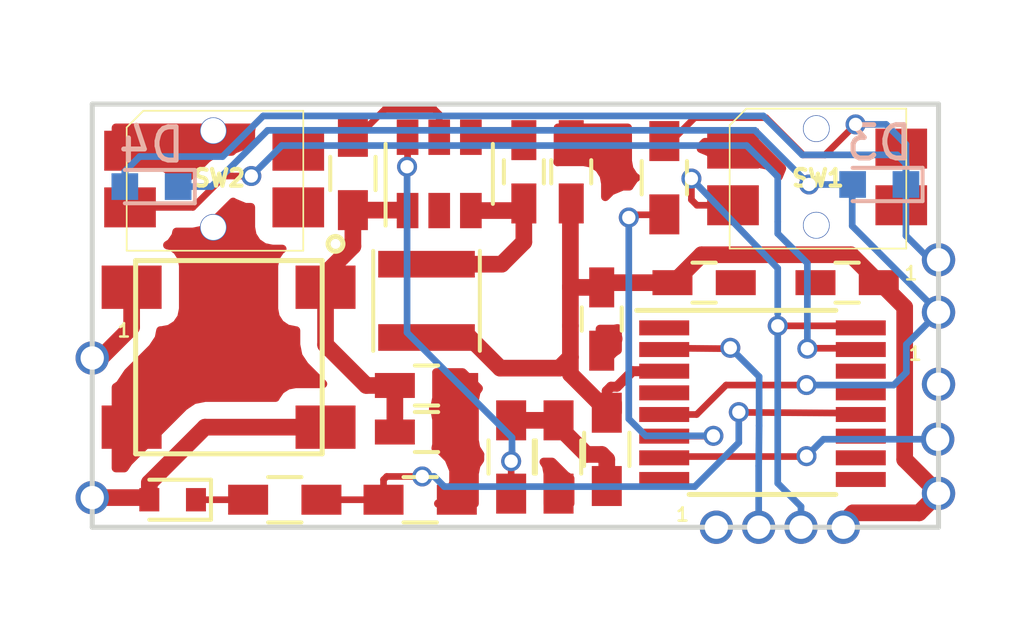
<source format=kicad_pcb>
(kicad_pcb (version 4) (host pcbnew 4.0.7)

  (general
    (links 55)
    (no_connects 15)
    (area 138.608999 72.314999 164.159001 85.165001)
    (thickness 1.6)
    (drawings 10)
    (tracks 192)
    (zones 0)
    (modules 31)
    (nets 27)
  )

  (page A4)
  (layers
    (0 F.Cu signal)
    (31 B.Cu signal)
    (32 B.Adhes user)
    (33 F.Adhes user)
    (34 B.Paste user hide)
    (35 F.Paste user)
    (36 B.SilkS user)
    (37 F.SilkS user hide)
    (38 B.Mask user)
    (39 F.Mask user)
    (40 Dwgs.User user)
    (41 Cmts.User user)
    (42 Eco1.User user)
    (43 Eco2.User user)
    (44 Edge.Cuts user)
    (45 Margin user hide)
    (46 B.CrtYd user)
    (47 F.CrtYd user)
    (48 B.Fab user)
    (49 F.Fab user)
  )

  (setup
    (last_trace_width 0.2)
    (user_trace_width 0.2)
    (user_trace_width 0.3)
    (user_trace_width 0.4)
    (user_trace_width 0.5)
    (user_trace_width 0.75)
    (user_trace_width 1)
    (trace_clearance 0.2)
    (zone_clearance 0.508)
    (zone_45_only no)
    (trace_min 0.2)
    (segment_width 0.2)
    (edge_width 0.15)
    (via_size 0.6)
    (via_drill 0.4)
    (via_min_size 0.4)
    (via_min_drill 0.3)
    (uvia_size 0.3)
    (uvia_drill 0.1)
    (uvias_allowed no)
    (uvia_min_size 0.2)
    (uvia_min_drill 0.1)
    (pcb_text_width 0.3)
    (pcb_text_size 1.5 1.5)
    (mod_edge_width 0.15)
    (mod_text_size 1 1)
    (mod_text_width 0.15)
    (pad_size 1.7 1.7)
    (pad_drill 1)
    (pad_to_mask_clearance 0.2)
    (aux_axis_origin 0 0)
    (visible_elements 7FFEFF7F)
    (pcbplotparams
      (layerselection 0x00030_80000001)
      (usegerberextensions false)
      (excludeedgelayer true)
      (linewidth 0.100000)
      (plotframeref false)
      (viasonmask false)
      (mode 1)
      (useauxorigin false)
      (hpglpennumber 1)
      (hpglpenspeed 20)
      (hpglpendiameter 15)
      (hpglpenoverlay 2)
      (psnegative false)
      (psa4output false)
      (plotreference true)
      (plotvalue true)
      (plotinvisibletext false)
      (padsonsilk false)
      (subtractmaskfromsilk false)
      (outputformat 1)
      (mirror false)
      (drillshape 1)
      (scaleselection 1)
      (outputdirectory ""))
  )

  (net 0 "")
  (net 1 GND)
  (net 2 12V)
  (net 3 "Net-(C2-Pad1)")
  (net 4 "Net-(C2-Pad2)")
  (net 5 5V)
  (net 6 /DCC_A)
  (net 7 "Net-(D1-Pad1)")
  (net 8 /DCC_B)
  (net 9 /SWD_IO)
  (net 10 /KEY_UP)
  (net 11 "Net-(R1-Pad2)")
  (net 12 /DCC_IN)
  (net 13 "Net-(R4-Pad1)")
  (net 14 "Net-(R4-Pad2)")
  (net 15 "Net-(R7-Pad1)")
  (net 16 /KEY_DN)
  (net 17 "Net-(U2-Pad1)")
  (net 18 "Net-(U2-Pad8)")
  (net 19 "Net-(U2-Pad9)")
  (net 20 "Net-(U2-Pad10)")
  (net 21 "Net-(U2-Pad11)")
  (net 22 "Net-(U2-Pad13)")
  (net 23 "Net-(U2-Pad14)")
  (net 24 /LED1)
  (net 25 /LED2)
  (net 26 "Net-(J4-Pad1)")

  (net_class Default "This is the default net class."
    (clearance 0.2)
    (trace_width 0.25)
    (via_dia 0.6)
    (via_drill 0.4)
    (uvia_dia 0.3)
    (uvia_drill 0.1)
    (add_net /DCC_A)
    (add_net /DCC_B)
    (add_net /DCC_IN)
    (add_net /KEY_DN)
    (add_net /KEY_UP)
    (add_net /LED1)
    (add_net /LED2)
    (add_net /SWD_IO)
    (add_net 12V)
    (add_net 5V)
    (add_net GND)
    (add_net "Net-(C2-Pad1)")
    (add_net "Net-(C2-Pad2)")
    (add_net "Net-(D1-Pad1)")
    (add_net "Net-(J4-Pad1)")
    (add_net "Net-(R1-Pad2)")
    (add_net "Net-(R4-Pad1)")
    (add_net "Net-(R4-Pad2)")
    (add_net "Net-(R7-Pad1)")
    (add_net "Net-(U2-Pad1)")
    (add_net "Net-(U2-Pad10)")
    (add_net "Net-(U2-Pad11)")
    (add_net "Net-(U2-Pad13)")
    (add_net "Net-(U2-Pad14)")
    (add_net "Net-(U2-Pad8)")
    (add_net "Net-(U2-Pad9)")
  )

  (module Capacitors_SMD:C_0603_HandSoldering (layer F.Cu) (tedit 5A8E17E1) (tstamp 5A83A959)
    (at 148.717 80.8355 180)
    (descr "Capacitor SMD 0603, hand soldering")
    (tags "capacitor 0603")
    (path /59FF7F2D)
    (attr smd)
    (fp_text reference C1 (at 0 -1.25 180) (layer F.SilkS) hide
      (effects (font (size 1 1) (thickness 0.15)))
    )
    (fp_text value 22u (at 0 1.5 180) (layer F.Fab)
      (effects (font (size 1 1) (thickness 0.15)))
    )
    (fp_text user %R (at -0.0254 -0.0508 180) (layer F.Fab)
      (effects (font (size 0.4 0.4) (thickness 0.075)))
    )
    (fp_line (start -0.8 0.4) (end -0.8 -0.4) (layer F.Fab) (width 0.1))
    (fp_line (start 0.8 0.4) (end -0.8 0.4) (layer F.Fab) (width 0.1))
    (fp_line (start 0.8 -0.4) (end 0.8 0.4) (layer F.Fab) (width 0.1))
    (fp_line (start -0.8 -0.4) (end 0.8 -0.4) (layer F.Fab) (width 0.1))
    (fp_line (start -0.35 -0.6) (end 0.35 -0.6) (layer F.SilkS) (width 0.12))
    (fp_line (start 0.35 0.6) (end -0.35 0.6) (layer F.SilkS) (width 0.12))
    (fp_line (start -1.8 -0.65) (end 1.8 -0.65) (layer F.CrtYd) (width 0.05))
    (fp_line (start -1.8 -0.65) (end -1.8 0.65) (layer F.CrtYd) (width 0.05))
    (fp_line (start 1.8 0.65) (end 1.8 -0.65) (layer F.CrtYd) (width 0.05))
    (fp_line (start 1.8 0.65) (end -1.8 0.65) (layer F.CrtYd) (width 0.05))
    (pad 1 smd rect (at -0.95 0 180) (size 1.2 0.75) (layers F.Cu F.Paste F.Mask)
      (net 1 GND))
    (pad 2 smd rect (at 0.95 0 180) (size 1.2 0.75) (layers F.Cu F.Paste F.Mask)
      (net 2 12V))
    (model Capacitors_SMD.3dshapes/C_0603.wrl
      (at (xyz 0 0 0))
      (scale (xyz 1 1 1))
      (rotate (xyz 0 0 0))
    )
  )

  (module Capacitors_SMD:C_0603_HandSoldering (layer F.Cu) (tedit 5A8E1751) (tstamp 5A83A95F)
    (at 151.638 74.422 270)
    (descr "Capacitor SMD 0603, hand soldering")
    (tags "capacitor 0603")
    (path /59FCC7E3)
    (attr smd)
    (fp_text reference C2 (at 0 -1.25 270) (layer F.SilkS) hide
      (effects (font (size 1 1) (thickness 0.15)))
    )
    (fp_text value 1u (at 0 1.5 270) (layer F.Fab) hide
      (effects (font (size 1 1) (thickness 0.15)))
    )
    (fp_text user %R (at 0.0254 0 270) (layer F.Fab)
      (effects (font (size 0.4 0.4) (thickness 0.075)))
    )
    (fp_line (start -0.8 0.4) (end -0.8 -0.4) (layer F.Fab) (width 0.1))
    (fp_line (start 0.8 0.4) (end -0.8 0.4) (layer F.Fab) (width 0.1))
    (fp_line (start 0.8 -0.4) (end 0.8 0.4) (layer F.Fab) (width 0.1))
    (fp_line (start -0.8 -0.4) (end 0.8 -0.4) (layer F.Fab) (width 0.1))
    (fp_line (start -0.35 -0.6) (end 0.35 -0.6) (layer F.SilkS) (width 0.12))
    (fp_line (start 0.35 0.6) (end -0.35 0.6) (layer F.SilkS) (width 0.12))
    (fp_line (start -1.8 -0.65) (end 1.8 -0.65) (layer F.CrtYd) (width 0.05))
    (fp_line (start -1.8 -0.65) (end -1.8 0.65) (layer F.CrtYd) (width 0.05))
    (fp_line (start 1.8 0.65) (end 1.8 -0.65) (layer F.CrtYd) (width 0.05))
    (fp_line (start 1.8 0.65) (end -1.8 0.65) (layer F.CrtYd) (width 0.05))
    (pad 1 smd rect (at -0.95 0 270) (size 1.2 0.75) (layers F.Cu F.Paste F.Mask)
      (net 3 "Net-(C2-Pad1)"))
    (pad 2 smd rect (at 0.95 0 270) (size 1.2 0.75) (layers F.Cu F.Paste F.Mask)
      (net 4 "Net-(C2-Pad2)"))
    (model Capacitors_SMD.3dshapes/C_0603.wrl
      (at (xyz 0 0 0))
      (scale (xyz 1 1 1))
      (rotate (xyz 0 0 0))
    )
  )

  (module Capacitors_SMD:C_0603_HandSoldering (layer F.Cu) (tedit 5A8E17AD) (tstamp 5A83A965)
    (at 148.717 82.2325)
    (descr "Capacitor SMD 0603, hand soldering")
    (tags "capacitor 0603")
    (path /59FCCFEE)
    (attr smd)
    (fp_text reference C3 (at 0 -1.25) (layer F.SilkS) hide
      (effects (font (size 1 1) (thickness 0.15)))
    )
    (fp_text value 22u (at 0 1.5) (layer F.Fab)
      (effects (font (size 1 1) (thickness 0.15)))
    )
    (fp_text user %R (at 0 0.0254) (layer F.Fab)
      (effects (font (size 0.4 0.4) (thickness 0.1)))
    )
    (fp_line (start -0.8 0.4) (end -0.8 -0.4) (layer F.Fab) (width 0.1))
    (fp_line (start 0.8 0.4) (end -0.8 0.4) (layer F.Fab) (width 0.1))
    (fp_line (start 0.8 -0.4) (end 0.8 0.4) (layer F.Fab) (width 0.1))
    (fp_line (start -0.8 -0.4) (end 0.8 -0.4) (layer F.Fab) (width 0.1))
    (fp_line (start -0.35 -0.6) (end 0.35 -0.6) (layer F.SilkS) (width 0.12))
    (fp_line (start 0.35 0.6) (end -0.35 0.6) (layer F.SilkS) (width 0.12))
    (fp_line (start -1.8 -0.65) (end 1.8 -0.65) (layer F.CrtYd) (width 0.05))
    (fp_line (start -1.8 -0.65) (end -1.8 0.65) (layer F.CrtYd) (width 0.05))
    (fp_line (start 1.8 0.65) (end 1.8 -0.65) (layer F.CrtYd) (width 0.05))
    (fp_line (start 1.8 0.65) (end -1.8 0.65) (layer F.CrtYd) (width 0.05))
    (pad 1 smd rect (at -0.95 0) (size 1.2 0.75) (layers F.Cu F.Paste F.Mask)
      (net 2 12V))
    (pad 2 smd rect (at 0.95 0) (size 1.2 0.75) (layers F.Cu F.Paste F.Mask)
      (net 1 GND))
    (model Capacitors_SMD.3dshapes/C_0603.wrl
      (at (xyz 0 0 0))
      (scale (xyz 1 1 1))
      (rotate (xyz 0 0 0))
    )
  )

  (module Capacitors_SMD:C_0603_HandSoldering (layer F.Cu) (tedit 5A8E17FC) (tstamp 5A83A96B)
    (at 153.0604 74.422 270)
    (descr "Capacitor SMD 0603, hand soldering")
    (tags "capacitor 0603")
    (path /59FCCD0A)
    (attr smd)
    (fp_text reference C4 (at -0.4572 -1.8288 270) (layer F.SilkS) hide
      (effects (font (size 1 1) (thickness 0.15)))
    )
    (fp_text value 22u (at 0 1.5 270) (layer F.Fab)
      (effects (font (size 1 1) (thickness 0.15)))
    )
    (fp_text user %R (at 0 -0.0254 270) (layer F.Fab)
      (effects (font (size 0.4 0.4) (thickness 0.075)))
    )
    (fp_line (start -0.8 0.4) (end -0.8 -0.4) (layer F.Fab) (width 0.1))
    (fp_line (start 0.8 0.4) (end -0.8 0.4) (layer F.Fab) (width 0.1))
    (fp_line (start 0.8 -0.4) (end 0.8 0.4) (layer F.Fab) (width 0.1))
    (fp_line (start -0.8 -0.4) (end 0.8 -0.4) (layer F.Fab) (width 0.1))
    (fp_line (start -0.35 -0.6) (end 0.35 -0.6) (layer F.SilkS) (width 0.12))
    (fp_line (start 0.35 0.6) (end -0.35 0.6) (layer F.SilkS) (width 0.12))
    (fp_line (start -1.8 -0.65) (end 1.8 -0.65) (layer F.CrtYd) (width 0.05))
    (fp_line (start -1.8 -0.65) (end -1.8 0.65) (layer F.CrtYd) (width 0.05))
    (fp_line (start 1.8 0.65) (end 1.8 -0.65) (layer F.CrtYd) (width 0.05))
    (fp_line (start 1.8 0.65) (end -1.8 0.65) (layer F.CrtYd) (width 0.05))
    (pad 1 smd rect (at -0.95 0 270) (size 1.2 0.75) (layers F.Cu F.Paste F.Mask)
      (net 1 GND))
    (pad 2 smd rect (at 0.95 0 270) (size 1.2 0.75) (layers F.Cu F.Paste F.Mask)
      (net 5 5V))
    (model Capacitors_SMD.3dshapes/C_0603.wrl
      (at (xyz 0 0 0))
      (scale (xyz 1 1 1))
      (rotate (xyz 0 0 0))
    )
  )

  (module Capacitors_SMD:C_0603_HandSoldering (layer F.Cu) (tedit 5A8E15F8) (tstamp 5A83A971)
    (at 157.0482 77.7494 180)
    (descr "Capacitor SMD 0603, hand soldering")
    (tags "capacitor 0603")
    (path /59FFDD6D)
    (attr smd)
    (fp_text reference C5 (at 0 -1.25 180) (layer F.SilkS) hide
      (effects (font (size 1 1) (thickness 0.15)))
    )
    (fp_text value 1u (at 0 1.5 180) (layer F.Fab) hide
      (effects (font (size 1 1) (thickness 0.15)))
    )
    (fp_text user %R (at 0.0254 -0.0508 180) (layer F.Fab)
      (effects (font (size 0.4 0.4) (thickness 0.075)))
    )
    (fp_line (start -0.8 0.4) (end -0.8 -0.4) (layer F.Fab) (width 0.1))
    (fp_line (start 0.8 0.4) (end -0.8 0.4) (layer F.Fab) (width 0.1))
    (fp_line (start 0.8 -0.4) (end 0.8 0.4) (layer F.Fab) (width 0.1))
    (fp_line (start -0.8 -0.4) (end 0.8 -0.4) (layer F.Fab) (width 0.1))
    (fp_line (start -0.35 -0.6) (end 0.35 -0.6) (layer F.SilkS) (width 0.12))
    (fp_line (start 0.35 0.6) (end -0.35 0.6) (layer F.SilkS) (width 0.12))
    (fp_line (start -1.8 -0.65) (end 1.8 -0.65) (layer F.CrtYd) (width 0.05))
    (fp_line (start -1.8 -0.65) (end -1.8 0.65) (layer F.CrtYd) (width 0.05))
    (fp_line (start 1.8 0.65) (end 1.8 -0.65) (layer F.CrtYd) (width 0.05))
    (fp_line (start 1.8 0.65) (end -1.8 0.65) (layer F.CrtYd) (width 0.05))
    (pad 1 smd rect (at -0.95 0 180) (size 1.2 0.75) (layers F.Cu F.Paste F.Mask)
      (net 1 GND))
    (pad 2 smd rect (at 0.95 0 180) (size 1.2 0.75) (layers F.Cu F.Paste F.Mask)
      (net 5 5V))
    (model Capacitors_SMD.3dshapes/C_0603.wrl
      (at (xyz 0 0 0))
      (scale (xyz 1 1 1))
      (rotate (xyz 0 0 0))
    )
  )

  (module Capacitors_SMD:C_0603_HandSoldering (layer F.Cu) (tedit 5A8E15EF) (tstamp 5A83A977)
    (at 153.9748 78.8416 90)
    (descr "Capacitor SMD 0603, hand soldering")
    (tags "capacitor 0603")
    (path /59FFDDB1)
    (attr smd)
    (fp_text reference C6 (at 0 -1.25 90) (layer F.SilkS) hide
      (effects (font (size 1 1) (thickness 0.15)))
    )
    (fp_text value 0.1u (at -1.2954 3.4036 90) (layer F.Fab) hide
      (effects (font (size 1 1) (thickness 0.15)))
    )
    (fp_text user %R (at 0 0 90) (layer F.Fab)
      (effects (font (size 0.4 0.4) (thickness 0.075)))
    )
    (fp_line (start -0.8 0.4) (end -0.8 -0.4) (layer F.Fab) (width 0.1))
    (fp_line (start 0.8 0.4) (end -0.8 0.4) (layer F.Fab) (width 0.1))
    (fp_line (start 0.8 -0.4) (end 0.8 0.4) (layer F.Fab) (width 0.1))
    (fp_line (start -0.8 -0.4) (end 0.8 -0.4) (layer F.Fab) (width 0.1))
    (fp_line (start -0.35 -0.6) (end 0.35 -0.6) (layer F.SilkS) (width 0.12))
    (fp_line (start 0.35 0.6) (end -0.35 0.6) (layer F.SilkS) (width 0.12))
    (fp_line (start -1.8 -0.65) (end 1.8 -0.65) (layer F.CrtYd) (width 0.05))
    (fp_line (start -1.8 -0.65) (end -1.8 0.65) (layer F.CrtYd) (width 0.05))
    (fp_line (start 1.8 0.65) (end 1.8 -0.65) (layer F.CrtYd) (width 0.05))
    (fp_line (start 1.8 0.65) (end -1.8 0.65) (layer F.CrtYd) (width 0.05))
    (pad 1 smd rect (at -0.95 0 90) (size 1.2 0.75) (layers F.Cu F.Paste F.Mask)
      (net 1 GND))
    (pad 2 smd rect (at 0.95 0 90) (size 1.2 0.75) (layers F.Cu F.Paste F.Mask)
      (net 5 5V))
    (model Capacitors_SMD.3dshapes/C_0603.wrl
      (at (xyz 0 0 0))
      (scale (xyz 1 1 1))
      (rotate (xyz 0 0 0))
    )
  )

  (module Capacitors_SMD:C_0603_HandSoldering (layer F.Cu) (tedit 5A8E15E8) (tstamp 5A83A97D)
    (at 161.3408 77.7494 180)
    (descr "Capacitor SMD 0603, hand soldering")
    (tags "capacitor 0603")
    (path /5A1B4827)
    (attr smd)
    (fp_text reference C7 (at 0 -1.25 180) (layer F.SilkS) hide
      (effects (font (size 1 1) (thickness 0.15)))
    )
    (fp_text value 22u (at 1.016 9.779 180) (layer F.Fab) hide
      (effects (font (size 1 1) (thickness 0.15)))
    )
    (fp_text user %R (at -0.002001 0.0266 180) (layer F.Fab)
      (effects (font (size 0.4 0.4) (thickness 0.075)))
    )
    (fp_line (start -0.8 0.4) (end -0.8 -0.4) (layer F.Fab) (width 0.1))
    (fp_line (start 0.8 0.4) (end -0.8 0.4) (layer F.Fab) (width 0.1))
    (fp_line (start 0.8 -0.4) (end 0.8 0.4) (layer F.Fab) (width 0.1))
    (fp_line (start -0.8 -0.4) (end 0.8 -0.4) (layer F.Fab) (width 0.1))
    (fp_line (start -0.35 -0.6) (end 0.35 -0.6) (layer F.SilkS) (width 0.12))
    (fp_line (start 0.35 0.6) (end -0.35 0.6) (layer F.SilkS) (width 0.12))
    (fp_line (start -1.8 -0.65) (end 1.8 -0.65) (layer F.CrtYd) (width 0.05))
    (fp_line (start -1.8 -0.65) (end -1.8 0.65) (layer F.CrtYd) (width 0.05))
    (fp_line (start 1.8 0.65) (end 1.8 -0.65) (layer F.CrtYd) (width 0.05))
    (fp_line (start 1.8 0.65) (end -1.8 0.65) (layer F.CrtYd) (width 0.05))
    (pad 1 smd rect (at -0.95 0 180) (size 1.2 0.75) (layers F.Cu F.Paste F.Mask)
      (net 5 5V))
    (pad 2 smd rect (at 0.95 0 180) (size 1.2 0.75) (layers F.Cu F.Paste F.Mask)
      (net 1 GND))
    (model Capacitors_SMD.3dshapes/C_0603.wrl
      (at (xyz 0 0 0))
      (scale (xyz 1 1 1))
      (rotate (xyz 0 0 0))
    )
  )

  (module Diodes_SMD:D_SOD-523 (layer F.Cu) (tedit 5AB46A71) (tstamp 5A83A983)
    (at 141.097 84.2645 180)
    (descr "http://www.diodes.com/datasheets/ap02001.pdf p.144")
    (tags "Diode SOD523")
    (path /5A133850)
    (attr smd)
    (fp_text reference D1 (at 0 -1.3 180) (layer F.SilkS) hide
      (effects (font (size 1 1) (thickness 0.15)))
    )
    (fp_text value D_Schottky (at -0.4318 3.9624 180) (layer F.Fab) hide
      (effects (font (size 1 1) (thickness 0.15)))
    )
    (fp_text user %R (at 3.683 -0.254 180) (layer F.Fab)
      (effects (font (size 0.4 0.4) (thickness 0.075)))
    )
    (fp_line (start -1.15 -0.6) (end -1.15 0.6) (layer F.SilkS) (width 0.12))
    (fp_line (start 1.25 -0.7) (end 1.25 0.7) (layer F.CrtYd) (width 0.05))
    (fp_line (start -1.25 -0.7) (end 1.25 -0.7) (layer F.CrtYd) (width 0.05))
    (fp_line (start -1.25 0.7) (end -1.25 -0.7) (layer F.CrtYd) (width 0.05))
    (fp_line (start 1.25 0.7) (end -1.25 0.7) (layer F.CrtYd) (width 0.05))
    (fp_line (start 0.1 0) (end 0.25 0) (layer F.Fab) (width 0.1))
    (fp_line (start 0.1 -0.2) (end -0.2 0) (layer F.Fab) (width 0.1))
    (fp_line (start 0.1 0.2) (end 0.1 -0.2) (layer F.Fab) (width 0.1))
    (fp_line (start -0.2 0) (end 0.1 0.2) (layer F.Fab) (width 0.1))
    (fp_line (start -0.2 0) (end -0.35 0) (layer F.Fab) (width 0.1))
    (fp_line (start -0.2 0.2) (end -0.2 -0.2) (layer F.Fab) (width 0.1))
    (fp_line (start 0.65 -0.45) (end 0.65 0.45) (layer F.Fab) (width 0.1))
    (fp_line (start -0.65 -0.45) (end 0.65 -0.45) (layer F.Fab) (width 0.1))
    (fp_line (start -0.65 0.45) (end -0.65 -0.45) (layer F.Fab) (width 0.1))
    (fp_line (start 0.65 0.45) (end -0.65 0.45) (layer F.Fab) (width 0.1))
    (fp_line (start 0.7 -0.6) (end -1.15 -0.6) (layer F.SilkS) (width 0.12))
    (fp_line (start 0.7 0.6) (end -1.15 0.6) (layer F.SilkS) (width 0.12))
    (pad 2 smd rect (at 0.7 0) (size 0.6 0.7) (layers F.Cu F.Paste F.Mask)
      (net 6 /DCC_A))
    (pad 1 smd rect (at -0.7 0) (size 0.6 0.7) (layers F.Cu F.Paste F.Mask)
      (net 7 "Net-(D1-Pad1)"))
    (model ${KISYS3DMOD}/Diodes_SMD.3dshapes/D_SOD-523.wrl
      (at (xyz 0 0 0))
      (scale (xyz 1 1 1))
      (rotate (xyz 0 0 0))
    )
  )

  (module Z4GP208-HF:Z4GP208-HF-SMD (layer F.Cu) (tedit 5A8E1758) (tstamp 5A83A98B)
    (at 141.986 82.4865 270)
    (path /59FF9951)
    (fp_text reference D2 (at -2.3 4.1 270) (layer F.SilkS) hide
      (effects (font (size 1 1) (thickness 0.15)))
    )
    (fp_text value CZ4GP208-HF (at -1.9 -5.8 270) (layer F.Fab)
      (effects (font (size 1 1) (thickness 0.15)))
    )
    (fp_circle (center -5.9 -4) (end -5.8 -3.8) (layer F.SilkS) (width 0.15))
    (fp_line (start 0.4 2) (end 0.4 -3.6) (layer F.SilkS) (width 0.15))
    (fp_line (start -5.4 2) (end -5.4 -3.6) (layer F.SilkS) (width 0.15))
    (fp_line (start -5.4 -3.6) (end 0.4 -3.6) (layer F.SilkS) (width 0.15))
    (fp_line (start 0.4 2) (end -5.4 2) (layer F.SilkS) (width 0.15))
    (pad 1 smd rect (at -4.6 -3.7 270) (size 1.3 1.8) (layers F.Cu F.Paste F.Mask)
      (net 2 12V))
    (pad 2 smd rect (at -0.4 -3.7 270) (size 1.3 1.8) (layers F.Cu F.Paste F.Mask)
      (net 6 /DCC_A))
    (pad 3 smd rect (at -4.6 2.12 270) (size 1.3 1.8) (layers F.Cu F.Paste F.Mask)
      (net 8 /DCC_B))
    (pad 4 smd rect (at -0.4 2.12 270) (size 1.3 1.8) (layers F.Cu F.Paste F.Mask)
      (net 1 GND))
  )

  (module Inductors_SMD:L_Taiyo-Yuden_NR-30xx (layer F.Cu) (tedit 5A8E1769) (tstamp 5A83A9AC)
    (at 148.717 78.2955 270)
    (descr "Inductor, Taiyo Yuden, NR series, Taiyo-Yuden_NR-30xx, 3.0mmx3.0mm")
    (tags "inductor taiyo-yuden nr smd")
    (path /59FC6C50)
    (attr smd)
    (fp_text reference L1 (at 0 -2.5 270) (layer F.SilkS) hide
      (effects (font (size 1 1) (thickness 0.15)))
    )
    (fp_text value 4.7u (at 0 3 270) (layer F.Fab) hide
      (effects (font (size 1 1) (thickness 0.15)))
    )
    (fp_text user %R (at 0 0 270) (layer F.Fab)
      (effects (font (size 0.7 0.7) (thickness 0.105)))
    )
    (fp_line (start -1.5 0) (end -1.5 -0.95) (layer F.Fab) (width 0.1))
    (fp_line (start -1.5 -0.95) (end -0.95 -1.5) (layer F.Fab) (width 0.1))
    (fp_line (start -0.95 -1.5) (end 0 -1.5) (layer F.Fab) (width 0.1))
    (fp_line (start 1.5 0) (end 1.5 -0.95) (layer F.Fab) (width 0.1))
    (fp_line (start 1.5 -0.95) (end 0.95 -1.5) (layer F.Fab) (width 0.1))
    (fp_line (start 0.95 -1.5) (end 0 -1.5) (layer F.Fab) (width 0.1))
    (fp_line (start 1.5 0) (end 1.5 0.95) (layer F.Fab) (width 0.1))
    (fp_line (start 1.5 0.95) (end 0.95 1.5) (layer F.Fab) (width 0.1))
    (fp_line (start 0.95 1.5) (end 0 1.5) (layer F.Fab) (width 0.1))
    (fp_line (start -1.5 0) (end -1.5 0.95) (layer F.Fab) (width 0.1))
    (fp_line (start -1.5 0.95) (end -0.95 1.5) (layer F.Fab) (width 0.1))
    (fp_line (start -0.95 1.5) (end 0 1.5) (layer F.Fab) (width 0.1))
    (fp_line (start -1.5 -1.6) (end 1.5 -1.6) (layer F.SilkS) (width 0.12))
    (fp_line (start -1.5 1.6) (end 1.5 1.6) (layer F.SilkS) (width 0.12))
    (fp_line (start -1.8 -1.8) (end -1.8 1.8) (layer F.CrtYd) (width 0.05))
    (fp_line (start -1.8 1.8) (end 1.8 1.8) (layer F.CrtYd) (width 0.05))
    (fp_line (start 1.8 1.8) (end 1.8 -1.8) (layer F.CrtYd) (width 0.05))
    (fp_line (start 1.8 -1.8) (end -1.8 -1.8) (layer F.CrtYd) (width 0.05))
    (pad 1 smd rect (at -1.1 0 270) (size 0.8 2.9) (layers F.Cu F.Paste F.Mask)
      (net 4 "Net-(C2-Pad2)"))
    (pad 2 smd rect (at 1.1 0 270) (size 0.8 2.9) (layers F.Cu F.Paste F.Mask)
      (net 5 5V))
    (model ${KISYS3DMOD}/Inductors_SMD.3dshapes/L_Taiyo-Yuden_NR-30xx.wrl
      (at (xyz 0 0 0))
      (scale (xyz 1 1 1))
      (rotate (xyz 0 0 0))
    )
  )

  (module Resistors_SMD:R_0603_HandSoldering (layer F.Cu) (tedit 5A8E176F) (tstamp 5A83A9B2)
    (at 146.5072 74.4728 90)
    (descr "Resistor SMD 0603, hand soldering")
    (tags "resistor 0603")
    (path /59FFC2E5)
    (attr smd)
    (fp_text reference R1 (at 0 -1.45 90) (layer F.SilkS) hide
      (effects (font (size 1 1) (thickness 0.15)))
    )
    (fp_text value 100K (at 0 1.55 90) (layer F.Fab)
      (effects (font (size 1 1) (thickness 0.15)))
    )
    (fp_text user %R (at 0 0 90) (layer F.Fab)
      (effects (font (size 0.4 0.4) (thickness 0.075)))
    )
    (fp_line (start -0.8 0.4) (end -0.8 -0.4) (layer F.Fab) (width 0.1))
    (fp_line (start 0.8 0.4) (end -0.8 0.4) (layer F.Fab) (width 0.1))
    (fp_line (start 0.8 -0.4) (end 0.8 0.4) (layer F.Fab) (width 0.1))
    (fp_line (start -0.8 -0.4) (end 0.8 -0.4) (layer F.Fab) (width 0.1))
    (fp_line (start 0.5 0.68) (end -0.5 0.68) (layer F.SilkS) (width 0.12))
    (fp_line (start -0.5 -0.68) (end 0.5 -0.68) (layer F.SilkS) (width 0.12))
    (fp_line (start -1.96 -0.7) (end 1.95 -0.7) (layer F.CrtYd) (width 0.05))
    (fp_line (start -1.96 -0.7) (end -1.96 0.7) (layer F.CrtYd) (width 0.05))
    (fp_line (start 1.95 0.7) (end 1.95 -0.7) (layer F.CrtYd) (width 0.05))
    (fp_line (start 1.95 0.7) (end -1.96 0.7) (layer F.CrtYd) (width 0.05))
    (pad 1 smd rect (at -1.1 0 90) (size 1.2 0.9) (layers F.Cu F.Paste F.Mask)
      (net 2 12V))
    (pad 2 smd rect (at 1.1 0 90) (size 1.2 0.9) (layers F.Cu F.Paste F.Mask)
      (net 11 "Net-(R1-Pad2)"))
    (model ${KISYS3DMOD}/Resistors_SMD.3dshapes/R_0603.wrl
      (at (xyz 0 0 0))
      (scale (xyz 1 1 1))
      (rotate (xyz 0 0 0))
    )
  )

  (module Resistors_SMD:R_0603_HandSoldering (layer F.Cu) (tedit 5A8E1762) (tstamp 5A83A9B8)
    (at 144.4625 84.2645)
    (descr "Resistor SMD 0603, hand soldering")
    (tags "resistor 0603")
    (path /5A133968)
    (attr smd)
    (fp_text reference R2 (at 0 -1.45) (layer F.SilkS) hide
      (effects (font (size 1 1) (thickness 0.15)))
    )
    (fp_text value 10K (at -2.1336 3.3528) (layer F.Fab) hide
      (effects (font (size 1 1) (thickness 0.15)))
    )
    (fp_text user %R (at 0 0) (layer F.Fab)
      (effects (font (size 0.4 0.4) (thickness 0.075)))
    )
    (fp_line (start -0.8 0.4) (end -0.8 -0.4) (layer F.Fab) (width 0.1))
    (fp_line (start 0.8 0.4) (end -0.8 0.4) (layer F.Fab) (width 0.1))
    (fp_line (start 0.8 -0.4) (end 0.8 0.4) (layer F.Fab) (width 0.1))
    (fp_line (start -0.8 -0.4) (end 0.8 -0.4) (layer F.Fab) (width 0.1))
    (fp_line (start 0.5 0.68) (end -0.5 0.68) (layer F.SilkS) (width 0.12))
    (fp_line (start -0.5 -0.68) (end 0.5 -0.68) (layer F.SilkS) (width 0.12))
    (fp_line (start -1.96 -0.7) (end 1.95 -0.7) (layer F.CrtYd) (width 0.05))
    (fp_line (start -1.96 -0.7) (end -1.96 0.7) (layer F.CrtYd) (width 0.05))
    (fp_line (start 1.95 0.7) (end 1.95 -0.7) (layer F.CrtYd) (width 0.05))
    (fp_line (start 1.95 0.7) (end -1.96 0.7) (layer F.CrtYd) (width 0.05))
    (pad 1 smd rect (at -1.1 0) (size 1.2 0.9) (layers F.Cu F.Paste F.Mask)
      (net 7 "Net-(D1-Pad1)"))
    (pad 2 smd rect (at 1.1 0) (size 1.2 0.9) (layers F.Cu F.Paste F.Mask)
      (net 12 /DCC_IN))
    (model ${KISYS3DMOD}/Resistors_SMD.3dshapes/R_0603.wrl
      (at (xyz 0 0 0))
      (scale (xyz 1 1 1))
      (rotate (xyz 0 0 0))
    )
  )

  (module Resistors_SMD:R_0603_HandSoldering (layer F.Cu) (tedit 5A8E174B) (tstamp 5A83A9BE)
    (at 148.5265 84.2645)
    (descr "Resistor SMD 0603, hand soldering")
    (tags "resistor 0603")
    (path /5A1338DD)
    (attr smd)
    (fp_text reference R3 (at 0 -1.45) (layer F.SilkS) hide
      (effects (font (size 1 1) (thickness 0.15)))
    )
    (fp_text value 4.7K (at -0.8382 4.0132) (layer F.Fab) hide
      (effects (font (size 1 1) (thickness 0.15)))
    )
    (fp_text user %R (at 0 0) (layer F.Fab)
      (effects (font (size 0.4 0.4) (thickness 0.075)))
    )
    (fp_line (start -0.8 0.4) (end -0.8 -0.4) (layer F.Fab) (width 0.1))
    (fp_line (start 0.8 0.4) (end -0.8 0.4) (layer F.Fab) (width 0.1))
    (fp_line (start 0.8 -0.4) (end 0.8 0.4) (layer F.Fab) (width 0.1))
    (fp_line (start -0.8 -0.4) (end 0.8 -0.4) (layer F.Fab) (width 0.1))
    (fp_line (start 0.5 0.68) (end -0.5 0.68) (layer F.SilkS) (width 0.12))
    (fp_line (start -0.5 -0.68) (end 0.5 -0.68) (layer F.SilkS) (width 0.12))
    (fp_line (start -1.96 -0.7) (end 1.95 -0.7) (layer F.CrtYd) (width 0.05))
    (fp_line (start -1.96 -0.7) (end -1.96 0.7) (layer F.CrtYd) (width 0.05))
    (fp_line (start 1.95 0.7) (end 1.95 -0.7) (layer F.CrtYd) (width 0.05))
    (fp_line (start 1.95 0.7) (end -1.96 0.7) (layer F.CrtYd) (width 0.05))
    (pad 1 smd rect (at -1.1 0) (size 1.2 0.9) (layers F.Cu F.Paste F.Mask)
      (net 12 /DCC_IN))
    (pad 2 smd rect (at 1.1 0) (size 1.2 0.9) (layers F.Cu F.Paste F.Mask)
      (net 1 GND))
    (model ${KISYS3DMOD}/Resistors_SMD.3dshapes/R_0603.wrl
      (at (xyz 0 0 0))
      (scale (xyz 1 1 1))
      (rotate (xyz 0 0 0))
    )
  )

  (module Resistors_SMD:R_0603_HandSoldering (layer F.Cu) (tedit 5A8E1612) (tstamp 5A83A9C4)
    (at 151.257 82.9818 90)
    (descr "Resistor SMD 0603, hand soldering")
    (tags "resistor 0603")
    (path /59FC63E1)
    (attr smd)
    (fp_text reference R4 (at 0 -1.45 90) (layer F.SilkS) hide
      (effects (font (size 1 1) (thickness 0.15)))
    )
    (fp_text value 59K (at 0 1.55 90) (layer F.Fab)
      (effects (font (size 1 1) (thickness 0.15)))
    )
    (fp_text user %R (at 0 0 90) (layer F.Fab)
      (effects (font (size 0.4 0.4) (thickness 0.075)))
    )
    (fp_line (start -0.8 0.4) (end -0.8 -0.4) (layer F.Fab) (width 0.1))
    (fp_line (start 0.8 0.4) (end -0.8 0.4) (layer F.Fab) (width 0.1))
    (fp_line (start 0.8 -0.4) (end 0.8 0.4) (layer F.Fab) (width 0.1))
    (fp_line (start -0.8 -0.4) (end 0.8 -0.4) (layer F.Fab) (width 0.1))
    (fp_line (start 0.5 0.68) (end -0.5 0.68) (layer F.SilkS) (width 0.12))
    (fp_line (start -0.5 -0.68) (end 0.5 -0.68) (layer F.SilkS) (width 0.12))
    (fp_line (start -1.96 -0.7) (end 1.95 -0.7) (layer F.CrtYd) (width 0.05))
    (fp_line (start -1.96 -0.7) (end -1.96 0.7) (layer F.CrtYd) (width 0.05))
    (fp_line (start 1.95 0.7) (end 1.95 -0.7) (layer F.CrtYd) (width 0.05))
    (fp_line (start 1.95 0.7) (end -1.96 0.7) (layer F.CrtYd) (width 0.05))
    (pad 1 smd rect (at -1.1 0 90) (size 1.2 0.9) (layers F.Cu F.Paste F.Mask)
      (net 13 "Net-(R4-Pad1)"))
    (pad 2 smd rect (at 1.1 0 90) (size 1.2 0.9) (layers F.Cu F.Paste F.Mask)
      (net 14 "Net-(R4-Pad2)"))
    (model ${KISYS3DMOD}/Resistors_SMD.3dshapes/R_0603.wrl
      (at (xyz 0 0 0))
      (scale (xyz 1 1 1))
      (rotate (xyz 0 0 0))
    )
  )

  (module Resistors_SMD:R_0603_HandSoldering (layer F.Cu) (tedit 5AB83D50) (tstamp 5A83A9CA)
    (at 152.6794 82.9818 270)
    (descr "Resistor SMD 0603, hand soldering")
    (tags "resistor 0603")
    (path /59FC6535)
    (attr smd)
    (fp_text reference R5 (at 0 -1.45 270) (layer F.SilkS) hide
      (effects (font (size 1 1) (thickness 0.15)))
    )
    (fp_text value 7.68K (at 0 1.55 270) (layer F.Fab)
      (effects (font (size 1 1) (thickness 0.15)))
    )
    (fp_text user %R (at 0 0 270) (layer F.Fab)
      (effects (font (size 0.4 0.4) (thickness 0.075)))
    )
    (fp_line (start -0.8 0.4) (end -0.8 -0.4) (layer F.Fab) (width 0.1))
    (fp_line (start 0.8 0.4) (end -0.8 0.4) (layer F.Fab) (width 0.1))
    (fp_line (start 0.8 -0.4) (end 0.8 0.4) (layer F.Fab) (width 0.1))
    (fp_line (start -0.8 -0.4) (end 0.8 -0.4) (layer F.Fab) (width 0.1))
    (fp_line (start 0.5 0.68) (end -0.5 0.68) (layer F.SilkS) (width 0.12))
    (fp_line (start -0.5 -0.68) (end 0.5 -0.68) (layer F.SilkS) (width 0.12))
    (fp_line (start -1.96 -0.7) (end 1.95 -0.7) (layer F.CrtYd) (width 0.05))
    (fp_line (start -1.96 -0.7) (end -1.96 0.7) (layer F.CrtYd) (width 0.05))
    (fp_line (start 1.95 0.7) (end 1.95 -0.7) (layer F.CrtYd) (width 0.05))
    (fp_line (start 1.95 0.7) (end -1.96 0.7) (layer F.CrtYd) (width 0.05))
    (pad 1 smd rect (at -1.1 0 270) (size 1.2 0.9) (layers F.Cu F.Paste F.Mask)
      (net 14 "Net-(R4-Pad2)"))
    (pad 2 smd rect (at 1.1 0 270) (size 1.2 0.9) (layers F.Cu F.Paste F.Mask)
      (net 1 GND))
    (model ${KISYS3DMOD}/Resistors_SMD.3dshapes/R_0603.wrl
      (at (xyz 0 0 0))
      (scale (xyz 1 1 1))
      (rotate (xyz 0 0 0))
    )
  )

  (module Resistors_SMD:R_0603_HandSoldering (layer F.Cu) (tedit 5A8E160A) (tstamp 5A83A9D0)
    (at 154.1272 82.7532 90)
    (descr "Resistor SMD 0603, hand soldering")
    (tags "resistor 0603")
    (path /59FC6472)
    (attr smd)
    (fp_text reference R6 (at 0 -1.45 90) (layer F.SilkS) hide
      (effects (font (size 1 1) (thickness 0.15)))
    )
    (fp_text value 40.2K (at 0 1.55 90) (layer F.Fab)
      (effects (font (size 1 1) (thickness 0.15)))
    )
    (fp_text user %R (at 0 0 90) (layer F.Fab)
      (effects (font (size 0.4 0.4) (thickness 0.075)))
    )
    (fp_line (start -0.8 0.4) (end -0.8 -0.4) (layer F.Fab) (width 0.1))
    (fp_line (start 0.8 0.4) (end -0.8 0.4) (layer F.Fab) (width 0.1))
    (fp_line (start 0.8 -0.4) (end 0.8 0.4) (layer F.Fab) (width 0.1))
    (fp_line (start -0.8 -0.4) (end 0.8 -0.4) (layer F.Fab) (width 0.1))
    (fp_line (start 0.5 0.68) (end -0.5 0.68) (layer F.SilkS) (width 0.12))
    (fp_line (start -0.5 -0.68) (end 0.5 -0.68) (layer F.SilkS) (width 0.12))
    (fp_line (start -1.96 -0.7) (end 1.95 -0.7) (layer F.CrtYd) (width 0.05))
    (fp_line (start -1.96 -0.7) (end -1.96 0.7) (layer F.CrtYd) (width 0.05))
    (fp_line (start 1.95 0.7) (end 1.95 -0.7) (layer F.CrtYd) (width 0.05))
    (fp_line (start 1.95 0.7) (end -1.96 0.7) (layer F.CrtYd) (width 0.05))
    (pad 1 smd rect (at -1.1 0 90) (size 1.2 0.9) (layers F.Cu F.Paste F.Mask)
      (net 14 "Net-(R4-Pad2)"))
    (pad 2 smd rect (at 1.1 0 90) (size 1.2 0.9) (layers F.Cu F.Paste F.Mask)
      (net 5 5V))
    (model ${KISYS3DMOD}/Resistors_SMD.3dshapes/R_0603.wrl
      (at (xyz 0 0 0))
      (scale (xyz 1 1 1))
      (rotate (xyz 0 0 0))
    )
  )

  (module Resistors_SMD:R_0603_HandSoldering (layer F.Cu) (tedit 5A8E1732) (tstamp 5A83A9D6)
    (at 155.8544 74.5998 90)
    (descr "Resistor SMD 0603, hand soldering")
    (tags "resistor 0603")
    (path /5A1324E5)
    (attr smd)
    (fp_text reference R7 (at 0.1016 -1.6256 90) (layer F.SilkS) hide
      (effects (font (size 1 1) (thickness 0.15)))
    )
    (fp_text value 400 (at 0 1.55 90) (layer F.Fab)
      (effects (font (size 1 1) (thickness 0.15)))
    )
    (fp_text user %R (at 0 0 90) (layer F.Fab)
      (effects (font (size 0.4 0.4) (thickness 0.075)))
    )
    (fp_line (start -0.8 0.4) (end -0.8 -0.4) (layer F.Fab) (width 0.1))
    (fp_line (start 0.8 0.4) (end -0.8 0.4) (layer F.Fab) (width 0.1))
    (fp_line (start 0.8 -0.4) (end 0.8 0.4) (layer F.Fab) (width 0.1))
    (fp_line (start -0.8 -0.4) (end 0.8 -0.4) (layer F.Fab) (width 0.1))
    (fp_line (start 0.5 0.68) (end -0.5 0.68) (layer F.SilkS) (width 0.12))
    (fp_line (start -0.5 -0.68) (end 0.5 -0.68) (layer F.SilkS) (width 0.12))
    (fp_line (start -1.96 -0.7) (end 1.95 -0.7) (layer F.CrtYd) (width 0.05))
    (fp_line (start -1.96 -0.7) (end -1.96 0.7) (layer F.CrtYd) (width 0.05))
    (fp_line (start 1.95 0.7) (end 1.95 -0.7) (layer F.CrtYd) (width 0.05))
    (fp_line (start 1.95 0.7) (end -1.96 0.7) (layer F.CrtYd) (width 0.05))
    (pad 1 smd rect (at -1.1 0 90) (size 1.2 0.9) (layers F.Cu F.Paste F.Mask)
      (net 15 "Net-(R7-Pad1)"))
    (pad 2 smd rect (at 1.1 0 90) (size 1.2 0.9) (layers F.Cu F.Paste F.Mask)
      (net 24 /LED1))
    (model ${KISYS3DMOD}/Resistors_SMD.3dshapes/R_0603.wrl
      (at (xyz 0 0 0))
      (scale (xyz 1 1 1))
      (rotate (xyz 0 0 0))
    )
  )

  (module tt_buttons:HTB1-Button (layer F.Cu) (tedit 5A8E1742) (tstamp 5A83A9E0)
    (at 162.1155 72.3265)
    (path /5A1B3D6F)
    (fp_text reference SW1 (at 0.3 6.8) (layer F.SilkS) hide
      (effects (font (size 1 1) (thickness 0.15)))
    )
    (fp_text value SW_Push (at -1.016 -1.5494) (layer F.Fab) hide
      (effects (font (size 1 1) (thickness 0.15)))
    )
    (fp_line (start -3.8 0.2) (end 1 0.2) (layer F.SilkS) (width 0.05))
    (fp_line (start -4.3 0.7) (end -4.3 4.4) (layer F.SilkS) (width 0.05))
    (fp_line (start -4.3 0.7) (end -3.8 0.2) (layer F.SilkS) (width 0.05))
    (fp_line (start 1 0.2) (end 1 4.4) (layer F.SilkS) (width 0.05))
    (fp_line (start 1 4.4) (end -4.3 4.4) (layer F.SilkS) (width 0.05))
    (pad 1 thru_hole circle (at -1.7 3.7) (size 0.8 0.8) (drill 0.76) (layers *.Cu *.Mask)
      (net 1 GND))
    (pad 1 smd rect (at -4.2 1.4) (size 1.55 1.2) (layers F.Cu F.Paste F.Mask)
      (net 1 GND))
    (pad 2 smd rect (at -4.2 3.1) (size 1.55 1.2) (layers F.Cu F.Paste F.Mask)
      (net 10 /KEY_UP))
    (pad 3 smd rect (at 0.85 1.4) (size 1.55 1.2) (layers F.Cu F.Paste F.Mask))
    (pad 4 smd rect (at 0.85 3.1) (size 1.55 1.2) (layers F.Cu F.Paste F.Mask))
    (pad 1 thru_hole circle (at -1.7 0.8) (size 0.8 0.8) (drill 0.76) (layers *.Cu *.Mask)
      (net 1 GND))
  )

  (module tt_buttons:HTB1-Button (layer F.Cu) (tedit 5A8E15DF) (tstamp 5A83A9EA)
    (at 144.018 72.39)
    (path /5A1C72E9)
    (fp_text reference SW2 (at 0.3 6.8) (layer F.SilkS) hide
      (effects (font (size 1 1) (thickness 0.15)))
    )
    (fp_text value SW_Push (at -1.8796 -1.2446) (layer F.Fab) hide
      (effects (font (size 1 1) (thickness 0.15)))
    )
    (fp_line (start -3.8 0.2) (end 1 0.2) (layer F.SilkS) (width 0.05))
    (fp_line (start -4.3 0.7) (end -4.3 4.4) (layer F.SilkS) (width 0.05))
    (fp_line (start -4.3 0.7) (end -3.8 0.2) (layer F.SilkS) (width 0.05))
    (fp_line (start 1 0.2) (end 1 4.4) (layer F.SilkS) (width 0.05))
    (fp_line (start 1 4.4) (end -4.3 4.4) (layer F.SilkS) (width 0.05))
    (pad 1 thru_hole circle (at -1.7 3.7) (size 0.8 0.8) (drill 0.76) (layers *.Cu *.Mask)
      (net 1 GND))
    (pad 1 smd rect (at -4.2 1.4) (size 1.55 1.2) (layers F.Cu F.Paste F.Mask)
      (net 1 GND))
    (pad 2 smd rect (at -4.2 3.1) (size 1.55 1.2) (layers F.Cu F.Paste F.Mask)
      (net 16 /KEY_DN))
    (pad 3 smd rect (at 0.85 1.4) (size 1.55 1.2) (layers F.Cu F.Paste F.Mask))
    (pad 4 smd rect (at 0.85 3.1) (size 1.55 1.2) (layers F.Cu F.Paste F.Mask))
    (pad 1 thru_hole circle (at -1.7 0.8) (size 0.8 0.8) (drill 0.76) (layers *.Cu *.Mask)
      (net 1 GND))
  )

  (module TO_SOT_Packages_SMD:SOT-23-6 (layer F.Cu) (tedit 5A8E15FF) (tstamp 5A83A9F4)
    (at 149.098 74.4855 90)
    (descr "6-pin SOT-23 package")
    (tags SOT-23-6)
    (path /59FC6BF0)
    (attr smd)
    (fp_text reference U1 (at 0 -2.9 90) (layer F.SilkS) hide
      (effects (font (size 1 1) (thickness 0.15)))
    )
    (fp_text value AP65111A (at 0 2.9 90) (layer F.Fab)
      (effects (font (size 1 1) (thickness 0.15)))
    )
    (fp_text user %R (at 0 0 180) (layer F.Fab)
      (effects (font (size 0.5 0.5) (thickness 0.075)))
    )
    (fp_line (start -0.9 1.61) (end 0.9 1.61) (layer F.SilkS) (width 0.12))
    (fp_line (start 0.9 -1.61) (end -1.55 -1.61) (layer F.SilkS) (width 0.12))
    (fp_line (start 1.9 -1.8) (end -1.9 -1.8) (layer F.CrtYd) (width 0.05))
    (fp_line (start 1.9 1.8) (end 1.9 -1.8) (layer F.CrtYd) (width 0.05))
    (fp_line (start -1.9 1.8) (end 1.9 1.8) (layer F.CrtYd) (width 0.05))
    (fp_line (start -1.9 -1.8) (end -1.9 1.8) (layer F.CrtYd) (width 0.05))
    (fp_line (start -0.9 -0.9) (end -0.25 -1.55) (layer F.Fab) (width 0.1))
    (fp_line (start 0.9 -1.55) (end -0.25 -1.55) (layer F.Fab) (width 0.1))
    (fp_line (start -0.9 -0.9) (end -0.9 1.55) (layer F.Fab) (width 0.1))
    (fp_line (start 0.9 1.55) (end -0.9 1.55) (layer F.Fab) (width 0.1))
    (fp_line (start 0.9 -1.55) (end 0.9 1.55) (layer F.Fab) (width 0.1))
    (pad 1 smd rect (at -1.1 -0.95 90) (size 1.06 0.65) (layers F.Cu F.Paste F.Mask)
      (net 2 12V))
    (pad 2 smd rect (at -1.1 0 90) (size 1.06 0.65) (layers F.Cu F.Paste F.Mask)
      (net 1 GND))
    (pad 3 smd rect (at -1.1 0.95 90) (size 1.06 0.65) (layers F.Cu F.Paste F.Mask)
      (net 4 "Net-(C2-Pad2)"))
    (pad 4 smd rect (at 1.1 0.95 90) (size 1.06 0.65) (layers F.Cu F.Paste F.Mask)
      (net 3 "Net-(C2-Pad1)"))
    (pad 6 smd rect (at 1.1 -0.95 90) (size 1.06 0.65) (layers F.Cu F.Paste F.Mask)
      (net 13 "Net-(R4-Pad1)"))
    (pad 5 smd rect (at 1.1 0 90) (size 1.06 0.65) (layers F.Cu F.Paste F.Mask)
      (net 11 "Net-(R1-Pad2)"))
    (model ${KISYS3DMOD}/TO_SOT_Packages_SMD.3dshapes/SOT-23-6.wrl
      (at (xyz 0 0 0))
      (scale (xyz 1 1 1))
      (rotate (xyz 0 0 0))
    )
  )

  (module Housings_SSOP:TSSOP-16_4.4x5mm_Pitch0.65mm (layer F.Cu) (tedit 5A8E15D3) (tstamp 5A83AA08)
    (at 158.8008 81.3816)
    (descr "16-Lead Plastic Thin Shrink Small Outline (ST)-4.4 mm Body [TSSOP] (see Microchip Packaging Specification 00000049BS.pdf)")
    (tags "SSOP 0.65")
    (path /5A1255A7)
    (attr smd)
    (fp_text reference U2 (at 0 -3.55) (layer F.SilkS) hide
      (effects (font (size 1 1) (thickness 0.15)))
    )
    (fp_text value MKE04P24M48SF0 (at 12.4206 12.573) (layer F.Fab) hide
      (effects (font (size 1 1) (thickness 0.15)))
    )
    (fp_line (start -1.2 -2.5) (end 2.2 -2.5) (layer F.Fab) (width 0.15))
    (fp_line (start 2.2 -2.5) (end 2.2 2.5) (layer F.Fab) (width 0.15))
    (fp_line (start 2.2 2.5) (end -2.2 2.5) (layer F.Fab) (width 0.15))
    (fp_line (start -2.2 2.5) (end -2.2 -1.5) (layer F.Fab) (width 0.15))
    (fp_line (start -2.2 -1.5) (end -1.2 -2.5) (layer F.Fab) (width 0.15))
    (fp_line (start -3.95 -2.9) (end -3.95 2.8) (layer F.CrtYd) (width 0.05))
    (fp_line (start 3.95 -2.9) (end 3.95 2.8) (layer F.CrtYd) (width 0.05))
    (fp_line (start -3.95 -2.9) (end 3.95 -2.9) (layer F.CrtYd) (width 0.05))
    (fp_line (start -3.95 2.8) (end 3.95 2.8) (layer F.CrtYd) (width 0.05))
    (fp_line (start -2.2 2.725) (end 2.2 2.725) (layer F.SilkS) (width 0.15))
    (fp_line (start -3.775 -2.8) (end 2.2 -2.8) (layer F.SilkS) (width 0.15))
    (fp_text user %R (at 0 0) (layer F.Fab)
      (effects (font (size 0.8 0.8) (thickness 0.15)))
    )
    (pad 1 smd rect (at -2.95 -2.275) (size 1.5 0.45) (layers F.Cu F.Paste F.Mask)
      (net 17 "Net-(U2-Pad1)"))
    (pad 2 smd rect (at -2.95 -1.625) (size 1.5 0.45) (layers F.Cu F.Paste F.Mask)
      (net 9 /SWD_IO))
    (pad 3 smd rect (at -2.95 -0.975) (size 1.5 0.45) (layers F.Cu F.Paste F.Mask)
      (net 5 5V))
    (pad 4 smd rect (at -2.95 -0.325) (size 1.5 0.45) (layers F.Cu F.Paste F.Mask)
      (net 1 GND))
    (pad 5 smd rect (at -2.95 0.325) (size 1.5 0.45) (layers F.Cu F.Paste F.Mask)
      (net 25 /LED2))
    (pad 6 smd rect (at -2.95 0.975) (size 1.5 0.45) (layers F.Cu F.Paste F.Mask)
      (net 15 "Net-(R7-Pad1)"))
    (pad 7 smd rect (at -2.95 1.625) (size 1.5 0.45) (layers F.Cu F.Paste F.Mask)
      (net 26 "Net-(J4-Pad1)"))
    (pad 8 smd rect (at -2.95 2.275) (size 1.5 0.45) (layers F.Cu F.Paste F.Mask)
      (net 18 "Net-(U2-Pad8)"))
    (pad 9 smd rect (at 2.95 2.275) (size 1.5 0.45) (layers F.Cu F.Paste F.Mask)
      (net 19 "Net-(U2-Pad9)"))
    (pad 10 smd rect (at 2.95 1.625) (size 1.5 0.45) (layers F.Cu F.Paste F.Mask)
      (net 20 "Net-(U2-Pad10)"))
    (pad 11 smd rect (at 2.95 0.975) (size 1.5 0.45) (layers F.Cu F.Paste F.Mask)
      (net 21 "Net-(U2-Pad11)"))
    (pad 12 smd rect (at 2.95 0.325) (size 1.5 0.45) (layers F.Cu F.Paste F.Mask)
      (net 12 /DCC_IN))
    (pad 13 smd rect (at 2.95 -0.325) (size 1.5 0.45) (layers F.Cu F.Paste F.Mask)
      (net 22 "Net-(U2-Pad13)"))
    (pad 14 smd rect (at 2.95 -0.975) (size 1.5 0.45) (layers F.Cu F.Paste F.Mask)
      (net 23 "Net-(U2-Pad14)"))
    (pad 15 smd rect (at 2.95 -1.625) (size 1.5 0.45) (layers F.Cu F.Paste F.Mask)
      (net 16 /KEY_DN))
    (pad 16 smd rect (at 2.95 -2.275) (size 1.5 0.45) (layers F.Cu F.Paste F.Mask)
      (net 10 /KEY_UP))
    (model ${KISYS3DMOD}/Housings_SSOP.3dshapes/TSSOP-16_4.4x5mm_Pitch0.65mm.wrl
      (at (xyz 0 0 0))
      (scale (xyz 1 1 1))
      (rotate (xyz 0 0 0))
    )
  )

  (module LEDs:LED_0603 (layer B.Cu) (tedit 57FE93A5) (tstamp 5AA4A6CD)
    (at 162.306 74.803 180)
    (descr "LED 0603 smd package")
    (tags "LED led 0603 SMD smd SMT smt smdled SMDLED smtled SMTLED")
    (path /5AA4A06E)
    (attr smd)
    (fp_text reference D3 (at 0 1.25 180) (layer B.SilkS)
      (effects (font (size 1 1) (thickness 0.15)) (justify mirror))
    )
    (fp_text value LED (at 0 -1.35 180) (layer B.Fab)
      (effects (font (size 1 1) (thickness 0.15)) (justify mirror))
    )
    (fp_line (start -1.3 0.5) (end -1.3 -0.5) (layer B.SilkS) (width 0.12))
    (fp_line (start -0.2 0.2) (end -0.2 -0.2) (layer B.Fab) (width 0.1))
    (fp_line (start -0.15 0) (end 0.15 0.2) (layer B.Fab) (width 0.1))
    (fp_line (start 0.15 -0.2) (end -0.15 0) (layer B.Fab) (width 0.1))
    (fp_line (start 0.15 0.2) (end 0.15 -0.2) (layer B.Fab) (width 0.1))
    (fp_line (start 0.8 -0.4) (end -0.8 -0.4) (layer B.Fab) (width 0.1))
    (fp_line (start 0.8 0.4) (end 0.8 -0.4) (layer B.Fab) (width 0.1))
    (fp_line (start -0.8 0.4) (end 0.8 0.4) (layer B.Fab) (width 0.1))
    (fp_line (start -0.8 -0.4) (end -0.8 0.4) (layer B.Fab) (width 0.1))
    (fp_line (start -1.3 -0.5) (end 0.8 -0.5) (layer B.SilkS) (width 0.12))
    (fp_line (start -1.3 0.5) (end 0.8 0.5) (layer B.SilkS) (width 0.12))
    (fp_line (start 1.45 0.65) (end 1.45 -0.65) (layer B.CrtYd) (width 0.05))
    (fp_line (start 1.45 -0.65) (end -1.45 -0.65) (layer B.CrtYd) (width 0.05))
    (fp_line (start -1.45 -0.65) (end -1.45 0.65) (layer B.CrtYd) (width 0.05))
    (fp_line (start -1.45 0.65) (end 1.45 0.65) (layer B.CrtYd) (width 0.05))
    (pad 2 smd rect (at 0.8 0) (size 0.8 0.8) (layers B.Cu B.Paste B.Mask)
      (net 25 /LED2))
    (pad 1 smd rect (at -0.8 0) (size 0.8 0.8) (layers B.Cu B.Paste B.Mask)
      (net 24 /LED1))
    (model ${KISYS3DMOD}/LEDs.3dshapes/LED_0603.wrl
      (at (xyz 0 0 0))
      (scale (xyz 1 1 1))
      (rotate (xyz 0 0 180))
    )
  )

  (module LEDs:LED_0603 (layer B.Cu) (tedit 57FE93A5) (tstamp 5AA4A6D3)
    (at 140.462 74.8665 180)
    (descr "LED 0603 smd package")
    (tags "LED led 0603 SMD smd SMT smt smdled SMDLED smtled SMTLED")
    (path /5AA49FFB)
    (attr smd)
    (fp_text reference D4 (at 0 1.25 180) (layer B.SilkS)
      (effects (font (size 1 1) (thickness 0.15)) (justify mirror))
    )
    (fp_text value LED (at 0 -1.35 180) (layer B.Fab)
      (effects (font (size 1 1) (thickness 0.15)) (justify mirror))
    )
    (fp_line (start -1.3 0.5) (end -1.3 -0.5) (layer B.SilkS) (width 0.12))
    (fp_line (start -0.2 0.2) (end -0.2 -0.2) (layer B.Fab) (width 0.1))
    (fp_line (start -0.15 0) (end 0.15 0.2) (layer B.Fab) (width 0.1))
    (fp_line (start 0.15 -0.2) (end -0.15 0) (layer B.Fab) (width 0.1))
    (fp_line (start 0.15 0.2) (end 0.15 -0.2) (layer B.Fab) (width 0.1))
    (fp_line (start 0.8 -0.4) (end -0.8 -0.4) (layer B.Fab) (width 0.1))
    (fp_line (start 0.8 0.4) (end 0.8 -0.4) (layer B.Fab) (width 0.1))
    (fp_line (start -0.8 0.4) (end 0.8 0.4) (layer B.Fab) (width 0.1))
    (fp_line (start -0.8 -0.4) (end -0.8 0.4) (layer B.Fab) (width 0.1))
    (fp_line (start -1.3 -0.5) (end 0.8 -0.5) (layer B.SilkS) (width 0.12))
    (fp_line (start -1.3 0.5) (end 0.8 0.5) (layer B.SilkS) (width 0.12))
    (fp_line (start 1.45 0.65) (end 1.45 -0.65) (layer B.CrtYd) (width 0.05))
    (fp_line (start 1.45 -0.65) (end -1.45 -0.65) (layer B.CrtYd) (width 0.05))
    (fp_line (start -1.45 -0.65) (end -1.45 0.65) (layer B.CrtYd) (width 0.05))
    (fp_line (start -1.45 0.65) (end 1.45 0.65) (layer B.CrtYd) (width 0.05))
    (pad 2 smd rect (at 0.8 0) (size 0.8 0.8) (layers B.Cu B.Paste B.Mask)
      (net 24 /LED1))
    (pad 1 smd rect (at -0.8 0) (size 0.8 0.8) (layers B.Cu B.Paste B.Mask)
      (net 25 /LED2))
    (model ${KISYS3DMOD}/LEDs.3dshapes/LED_0603.wrl
      (at (xyz 0 0 0))
      (scale (xyz 1 1 1))
      (rotate (xyz 0 0 180))
    )
  )

  (module half-connectors:Socket_Strip_Straight_1x01_Pitch1.27mm_at_edge (layer F.Cu) (tedit 5AB45A87) (tstamp 5AB45D77)
    (at 164.084 84.074)
    (descr "Through hole straight socket strip, 1x01, 1.27mm pitch, at edge")
    (tags "Through hole socket strip THT 1x01 1.27mm single row edge")
    (path /5AB2F4C5)
    (fp_text reference J5 (at 0 -1.695) (layer F.SilkS) hide
      (effects (font (size 1 1) (thickness 0.15)))
    )
    (fp_text value MOT_POWER (at -5.5372 1.8796) (layer F.Fab) hide
      (effects (font (size 1 1) (thickness 0.15)))
    )
    (fp_text user %R (at 0 -1.695) (layer F.Fab) hide
      (effects (font (size 1 1) (thickness 0.15)))
    )
    (pad 1 thru_hole oval (at 0 0) (size 1 1) (drill 0.7) (layers *.Cu *.Mask)
      (net 5 5V))
    (model ${KISYS3DMOD}/Socket_Strips.3dshapes/Socket_Strip_Straight_1x02_Pitch1.27mm.wrl
      (at (xyz 0 0 0))
      (scale (xyz 1 1 1))
      (rotate (xyz 0 0 0))
    )
  )

  (module half-connectors:Socket_Strip_Straight_1x01_Pitch1.27mm_at_edge (layer F.Cu) (tedit 5AB45A87) (tstamp 5AB45D7D)
    (at 164.084 80.7974)
    (descr "Through hole straight socket strip, 1x01, 1.27mm pitch, at edge")
    (tags "Through hole socket strip THT 1x01 1.27mm single row edge")
    (path /5AB2F530)
    (fp_text reference J6 (at 0 -1.695) (layer F.SilkS) hide
      (effects (font (size 1 1) (thickness 0.15)))
    )
    (fp_text value MOT_GND (at -5.5372 1.8796) (layer F.Fab) hide
      (effects (font (size 1 1) (thickness 0.15)))
    )
    (fp_text user %R (at 0 -1.695) (layer F.Fab) hide
      (effects (font (size 1 1) (thickness 0.15)))
    )
    (pad 1 thru_hole oval (at 0 0) (size 1 1) (drill 0.7) (layers *.Cu *.Mask)
      (net 1 GND))
    (model ${KISYS3DMOD}/Socket_Strips.3dshapes/Socket_Strip_Straight_1x02_Pitch1.27mm.wrl
      (at (xyz 0 0 0))
      (scale (xyz 1 1 1))
      (rotate (xyz 0 0 0))
    )
  )

  (module half-connectors:Socket_Strip_Straight_1x01_Pitch1.27mm_at_edge (layer F.Cu) (tedit 5AB45A87) (tstamp 5AB45D83)
    (at 164.084 77.0636)
    (descr "Through hole straight socket strip, 1x01, 1.27mm pitch, at edge")
    (tags "Through hole socket strip THT 1x01 1.27mm single row edge")
    (path /5AB2F944)
    (fp_text reference J7 (at 0 -1.695) (layer F.SilkS) hide
      (effects (font (size 1 1) (thickness 0.15)))
    )
    (fp_text value LED_1 (at -5.5372 1.8796) (layer F.Fab) hide
      (effects (font (size 1 1) (thickness 0.15)))
    )
    (fp_text user %R (at 0 -1.695) (layer F.Fab) hide
      (effects (font (size 1 1) (thickness 0.15)))
    )
    (pad 1 thru_hole oval (at 0 0) (size 1 1) (drill 0.7) (layers *.Cu *.Mask)
      (net 24 /LED1))
    (model ${KISYS3DMOD}/Socket_Strips.3dshapes/Socket_Strip_Straight_1x02_Pitch1.27mm.wrl
      (at (xyz 0 0 0))
      (scale (xyz 1 1 1))
      (rotate (xyz 0 0 0))
    )
  )

  (module half-connectors:Socket_Strip_Straight_1x01_Pitch1.27mm_at_edge (layer F.Cu) (tedit 5AB45A87) (tstamp 5AB45D89)
    (at 164.084 78.6384)
    (descr "Through hole straight socket strip, 1x01, 1.27mm pitch, at edge")
    (tags "Through hole socket strip THT 1x01 1.27mm single row edge")
    (path /5AB2FA1F)
    (fp_text reference J8 (at 0 -1.695) (layer F.SilkS) hide
      (effects (font (size 1 1) (thickness 0.15)))
    )
    (fp_text value LED_2 (at -5.5372 1.8796) (layer F.Fab) hide
      (effects (font (size 1 1) (thickness 0.15)))
    )
    (fp_text user %R (at 0 -1.695) (layer F.Fab) hide
      (effects (font (size 1 1) (thickness 0.15)))
    )
    (pad 1 thru_hole oval (at 0 0) (size 1 1) (drill 0.7) (layers *.Cu *.Mask)
      (net 25 /LED2))
    (model ${KISYS3DMOD}/Socket_Strips.3dshapes/Socket_Strip_Straight_1x02_Pitch1.27mm.wrl
      (at (xyz 0 0 0))
      (scale (xyz 1 1 1))
      (rotate (xyz 0 0 0))
    )
  )

  (module half-connectors:Socket_Strip_Straight_1x01_Pitch1.27mm_at_edge (layer F.Cu) (tedit 5AB45A87) (tstamp 5AB45F5A)
    (at 164.0586 82.4484)
    (descr "Through hole straight socket strip, 1x01, 1.27mm pitch, at edge")
    (tags "Through hole socket strip THT 1x01 1.27mm single row edge")
    (path /5AB2F44B)
    (fp_text reference J4 (at 0 -1.695) (layer F.SilkS) hide
      (effects (font (size 1 1) (thickness 0.15)))
    )
    (fp_text value MOT_CNTL (at -5.5372 1.8796) (layer F.Fab) hide
      (effects (font (size 1 1) (thickness 0.15)))
    )
    (fp_text user %R (at 0 -1.695) (layer F.Fab) hide
      (effects (font (size 1 1) (thickness 0.15)))
    )
    (pad 1 thru_hole oval (at 0 0) (size 1 1) (drill 0.7) (layers *.Cu *.Mask)
      (net 26 "Net-(J4-Pad1)"))
    (model ${KISYS3DMOD}/Socket_Strips.3dshapes/Socket_Strip_Straight_1x02_Pitch1.27mm.wrl
      (at (xyz 0 0 0))
      (scale (xyz 1 1 1))
      (rotate (xyz 0 0 0))
    )
  )

  (module half-connectors:Socket_Strip_Straight_1x01_Pitch1.27mm_at_edge (layer F.Cu) (tedit 5AB45A87) (tstamp 5AB46164)
    (at 138.684 84.201)
    (descr "Through hole straight socket strip, 1x01, 1.27mm pitch, at edge")
    (tags "Through hole socket strip THT 1x01 1.27mm single row edge")
    (path /5AB47DEA)
    (fp_text reference J1 (at 0 -1.695) (layer F.SilkS) hide
      (effects (font (size 1 1) (thickness 0.15)))
    )
    (fp_text value DCC_A (at -5.5372 1.8796) (layer F.Fab) hide
      (effects (font (size 1 1) (thickness 0.15)))
    )
    (fp_text user %R (at 0 -1.695) (layer F.Fab) hide
      (effects (font (size 1 1) (thickness 0.15)))
    )
    (pad 1 thru_hole oval (at 0 0) (size 1 1) (drill 0.7) (layers *.Cu *.Mask)
      (net 6 /DCC_A))
    (model ${KISYS3DMOD}/Socket_Strips.3dshapes/Socket_Strip_Straight_1x02_Pitch1.27mm.wrl
      (at (xyz 0 0 0))
      (scale (xyz 1 1 1))
      (rotate (xyz 0 0 0))
    )
  )

  (module half-connectors:Socket_Strip_Straight_1x04_Pitch1.27mm_at_edge (layer F.Cu) (tedit 5AB4601E) (tstamp 5AB4656F)
    (at 157.4165 85.09 90)
    (descr "Through hole straight socket strip, 1x04, 1.27mm pitch, single row, at edge")
    (tags "Through hole socket strip THT 1x04 1.27mm single row at edge")
    (path /5A77F62D)
    (fp_text reference J3 (at 0 -1.695 90) (layer F.SilkS) hide
      (effects (font (size 1 1) (thickness 0.15)))
    )
    (fp_text value PROG (at -3.3782 2.286 180) (layer F.Fab) hide
      (effects (font (size 1 1) (thickness 0.15)))
    )
    (fp_text user %R (at 0 -1.695 90) (layer F.Fab) hide
      (effects (font (size 1 1) (thickness 0.15)))
    )
    (pad 1 thru_hole oval (at 0 0 90) (size 1 1) (drill 0.7) (layers *.Cu *.Mask)
      (net 1 GND))
    (pad 2 thru_hole oval (at 0 1.27 90) (size 1 1) (drill 0.7) (layers *.Cu *.Mask)
      (net 9 /SWD_IO))
    (pad 3 thru_hole oval (at 0 2.54 90) (size 1 1) (drill 0.7) (layers *.Cu *.Mask)
      (net 10 /KEY_UP))
    (pad 4 thru_hole oval (at 0 3.81 90) (size 1 1) (drill 0.7) (layers *.Cu *.Mask)
      (net 5 5V))
    (model ${KISYS3DMOD}/Socket_Strips.3dshapes/Socket_Strip_Straight_1x04_Pitch1.27mm.wrl
      (at (xyz 0 0 0))
      (scale (xyz 1 1 1))
      (rotate (xyz 0 0 0))
    )
  )

  (module half-connectors:Socket_Strip_Straight_1x01_Pitch1.27mm_at_edge (layer F.Cu) (tedit 5AB45A87) (tstamp 5AB46649)
    (at 138.684 80.01)
    (descr "Through hole straight socket strip, 1x01, 1.27mm pitch, at edge")
    (tags "Through hole socket strip THT 1x01 1.27mm single row edge")
    (path /5AB4815D)
    (fp_text reference J2 (at 0 -1.695) (layer F.SilkS) hide
      (effects (font (size 1 1) (thickness 0.15)))
    )
    (fp_text value DCC_B (at -5.5372 1.8796) (layer F.Fab) hide
      (effects (font (size 1 1) (thickness 0.15)))
    )
    (fp_text user %R (at 0 -1.695) (layer F.Fab) hide
      (effects (font (size 1 1) (thickness 0.15)))
    )
    (pad 1 thru_hole oval (at 0 0) (size 1 1) (drill 0.7) (layers *.Cu *.Mask)
      (net 8 /DCC_B))
    (model ${KISYS3DMOD}/Socket_Strips.3dshapes/Socket_Strip_Straight_1x02_Pitch1.27mm.wrl
      (at (xyz 0 0 0))
      (scale (xyz 1 1 1))
      (rotate (xyz 0 0 0))
    )
  )

  (gr_text SW1 (at 160.4645 74.6125) (layer F.SilkS)
    (effects (font (size 0.5 0.5) (thickness 0.125)))
  )
  (gr_text SW2 (at 142.494 74.6125) (layer F.SilkS)
    (effects (font (size 0.5 0.5) (thickness 0.125)))
  )
  (gr_text 1 (at 156.4005 84.709) (layer F.SilkS)
    (effects (font (size 0.4 0.4) (thickness 0.075)))
  )
  (gr_text 1 (at 139.6365 79.1845) (layer F.SilkS)
    (effects (font (size 0.4 0.4) (thickness 0.075)))
  )
  (gr_text 1 (at 163.2585 77.47) (layer F.SilkS)
    (effects (font (size 0.4 0.4) (thickness 0.075)))
  )
  (gr_text 1 (at 163.3855 79.883) (layer F.SilkS)
    (effects (font (size 0.4 0.4) (thickness 0.075)))
  )
  (gr_line (start 138.684 85.09) (end 138.684 72.39) (angle 90) (layer Edge.Cuts) (width 0.15))
  (gr_line (start 164.084 85.09) (end 138.684 85.09) (angle 90) (layer Edge.Cuts) (width 0.15))
  (gr_line (start 164.084 72.39) (end 164.084 85.09) (angle 90) (layer Edge.Cuts) (width 0.15))
  (gr_line (start 138.684 72.39) (end 164.084 72.39) (angle 90) (layer Edge.Cuts) (width 0.15))

  (segment (start 164.084 80.9625) (end 164.084 80.645) (width 0.2) (layer B.Cu) (net 1) (tstamp 5AB850D6))
  (segment (start 145.686 77.8865) (end 145.686 77.4784) (width 0.5) (layer F.Cu) (net 2))
  (segment (start 145.686 77.4784) (end 146.5072 76.6572) (width 0.5) (layer F.Cu) (net 2) (tstamp 5AB9BBBD))
  (segment (start 146.5072 76.6572) (end 146.5072 75.5728) (width 0.5) (layer F.Cu) (net 2) (tstamp 5AB9BBC0))
  (segment (start 146.5072 75.5728) (end 148.1353 75.5728) (width 0.5) (layer F.Cu) (net 2))
  (segment (start 148.1353 75.5728) (end 148.148 75.5855) (width 0.5) (layer F.Cu) (net 2) (tstamp 5AB9BBBA))
  (segment (start 147.767 80.8355) (end 147.767 82.2325) (width 0.5) (layer F.Cu) (net 2))
  (segment (start 145.686 77.8865) (end 145.686 79.612) (width 0.5) (layer F.Cu) (net 2))
  (segment (start 146.9095 80.8355) (end 147.767 80.8355) (width 0.5) (layer F.Cu) (net 2) (tstamp 5AB8581D))
  (segment (start 145.686 79.612) (end 146.9095 80.8355) (width 0.5) (layer F.Cu) (net 2) (tstamp 5AB85817))
  (segment (start 150.048 73.3855) (end 151.5515 73.3855) (width 0.5) (layer F.Cu) (net 3))
  (segment (start 150.048 75.5855) (end 151.4245 75.5855) (width 0.5) (layer F.Cu) (net 4))
  (segment (start 151.4245 75.5855) (end 151.638 75.372) (width 0.5) (layer F.Cu) (net 4) (tstamp 5AB99052))
  (segment (start 151.638 75.372) (end 151.638 76.5302) (width 0.5) (layer F.Cu) (net 4))
  (segment (start 150.9727 77.1955) (end 148.717 77.1955) (width 0.5) (layer F.Cu) (net 4) (tstamp 5AB99042))
  (segment (start 151.638 76.5302) (end 150.9727 77.1955) (width 0.5) (layer F.Cu) (net 4) (tstamp 5AB99040))
  (segment (start 154.1272 81.6532) (end 154.1272 81.5848) (width 0.5) (layer F.Cu) (net 5))
  (segment (start 154.1272 81.5848) (end 153.035 80.4926) (width 0.5) (layer F.Cu) (net 5) (tstamp 5AB9C156))
  (segment (start 153.035 80.4926) (end 153.035 79.9846) (width 0.5) (layer F.Cu) (net 5) (tstamp 5AB9C15A))
  (segment (start 148.717 79.3955) (end 150.0075 79.3955) (width 0.5) (layer F.Cu) (net 5))
  (segment (start 150.0075 79.3955) (end 150.9268 80.3148) (width 0.5) (layer F.Cu) (net 5) (tstamp 5AB9C0A8))
  (segment (start 153.035 79.9846) (end 153.035 79.0448) (width 0.5) (layer F.Cu) (net 5) (tstamp 5AB9C0B9))
  (segment (start 152.7048 80.3148) (end 153.035 79.9846) (width 0.5) (layer F.Cu) (net 5) (tstamp 5AB9C0B6))
  (segment (start 150.9268 80.3148) (end 152.7048 80.3148) (width 0.5) (layer F.Cu) (net 5) (tstamp 5AB9C0B1))
  (segment (start 154.1272 81.6532) (end 154.1272 81.5086) (width 0.3) (layer F.Cu) (net 5))
  (segment (start 155.8508 80.4066) (end 154.899 80.4066) (width 0.3) (layer F.Cu) (net 5))
  (segment (start 154.1272 81.0006) (end 154.1272 81.6532) (width 0.3) (layer F.Cu) (net 5) (tstamp 5AB9BE27))
  (segment (start 154.2542 80.8736) (end 154.1272 81.0006) (width 0.3) (layer F.Cu) (net 5) (tstamp 5AB9BE25))
  (segment (start 154.432 80.8736) (end 154.2542 80.8736) (width 0.3) (layer F.Cu) (net 5) (tstamp 5AB9BE22))
  (segment (start 154.899 80.4066) (end 154.432 80.8736) (width 0.3) (layer F.Cu) (net 5) (tstamp 5AB9BE1A))
  (segment (start 153.9748 77.8916) (end 153.035 77.8916) (width 0.5) (layer F.Cu) (net 5))
  (segment (start 153.2128 77.8764) (end 153.035 77.8764) (width 0.5) (layer F.Cu) (net 5) (tstamp 5AB9BC19))
  (segment (start 153.0502 77.8764) (end 153.2128 77.8764) (width 0.5) (layer F.Cu) (net 5) (tstamp 5AB9BC18))
  (segment (start 153.035 77.8916) (end 153.0502 77.8764) (width 0.5) (layer F.Cu) (net 5) (tstamp 5AB9BC12))
  (segment (start 156.0982 77.7494) (end 154.117 77.7494) (width 0.5) (layer F.Cu) (net 5))
  (segment (start 154.117 77.7494) (end 153.9748 77.8916) (width 0.5) (layer F.Cu) (net 5) (tstamp 5AB9BBED))
  (segment (start 162.2908 77.7494) (end 162.3314 77.7494) (width 0.5) (layer F.Cu) (net 5))
  (segment (start 162.3314 77.7494) (end 163.068 78.486) (width 0.5) (layer F.Cu) (net 5) (tstamp 5AB9B3FA))
  (segment (start 163.068 83.058) (end 164.084 84.074) (width 0.5) (layer F.Cu) (net 5) (tstamp 5AB9B3FC))
  (segment (start 163.068 78.486) (end 163.068 83.058) (width 0.5) (layer F.Cu) (net 5) (tstamp 5AB9B3FB))
  (segment (start 156.0982 77.7494) (end 156.1338 77.7494) (width 0.5) (layer F.Cu) (net 5))
  (segment (start 156.1338 77.7494) (end 156.972 76.9112) (width 0.5) (layer F.Cu) (net 5) (tstamp 5AB9B2C9))
  (segment (start 156.972 76.9112) (end 161.4526 76.9112) (width 0.5) (layer F.Cu) (net 5) (tstamp 5AB9B2CA))
  (segment (start 161.4526 76.9112) (end 162.2908 77.7494) (width 0.5) (layer F.Cu) (net 5) (tstamp 5AB9B2CB))
  (segment (start 161.2265 85.09) (end 161.2265 84.9503) (width 0.5) (layer F.Cu) (net 5))
  (segment (start 161.2265 84.9503) (end 161.5186 84.6582) (width 0.5) (layer F.Cu) (net 5) (tstamp 5AB9B20D))
  (segment (start 161.5186 84.6582) (end 163.4998 84.6582) (width 0.5) (layer F.Cu) (net 5) (tstamp 5AB9B210))
  (segment (start 163.4998 84.6582) (end 164.084 84.074) (width 0.5) (layer F.Cu) (net 5) (tstamp 5AB9B213))
  (segment (start 153.035 79.0448) (end 153.035 77.8764) (width 0.5) (layer F.Cu) (net 5) (tstamp 5AB9A148))
  (segment (start 153.035 77.8764) (end 153.035 75.372) (width 0.5) (layer F.Cu) (net 5) (tstamp 5AB9BC1A))
  (segment (start 154.432 81.6405) (end 154.432 81.3562) (width 0.3) (layer F.Cu) (net 5))
  (segment (start 155.4197 80.3685) (end 156.2445 80.3685) (width 0.3) (layer F.Cu) (net 5) (tstamp 5AB99641))
  (segment (start 138.684 84.201) (end 140.3335 84.201) (width 0.5) (layer F.Cu) (net 6))
  (segment (start 140.3335 84.201) (end 140.397 84.2645) (width 0.5) (layer F.Cu) (net 6) (tstamp 5AB9BDFD))
  (segment (start 140.397 84.2645) (end 140.397 83.758) (width 0.5) (layer F.Cu) (net 6))
  (segment (start 142.0685 82.0865) (end 145.686 82.0865) (width 0.5) (layer F.Cu) (net 6) (tstamp 5AB9BDF7))
  (segment (start 140.397 83.758) (end 142.0685 82.0865) (width 0.5) (layer F.Cu) (net 6) (tstamp 5AB9BDF5))
  (segment (start 141.797 84.2645) (end 143.3625 84.2645) (width 0.2) (layer F.Cu) (net 7))
  (segment (start 138.684 80.01) (end 138.938 80.01) (width 0.5) (layer F.Cu) (net 8))
  (segment (start 138.938 80.01) (end 139.866 79.082) (width 0.5) (layer F.Cu) (net 8) (tstamp 5AB85800))
  (segment (start 139.866 79.082) (end 139.866 77.8865) (width 0.5) (layer F.Cu) (net 8) (tstamp 5AB85807))
  (segment (start 158.6992 80.5688) (end 157.8356 79.7052) (width 0.2) (layer B.Cu) (net 9))
  (segment (start 158.6865 83.2485) (end 158.6992 82.042) (width 0.2) (layer B.Cu) (net 9) (tstamp 5AB83800))
  (segment (start 158.6992 82.042) (end 158.6992 80.5688) (width 0.2) (layer B.Cu) (net 9) (tstamp 5AB8380C))
  (via (at 157.8356 79.7052) (size 0.6) (drill 0.4) (layers F.Cu B.Cu) (net 9))
  (segment (start 157.8356 79.7052) (end 157.8096 79.7312) (width 0.2) (layer F.Cu) (net 9) (tstamp 5AB83820))
  (segment (start 156.2445 79.7185) (end 157.8096 79.7312) (width 0.2) (layer F.Cu) (net 9) (tstamp 5AB83821))
  (segment (start 158.6865 83.2485) (end 158.6865 85.09) (width 0.2) (layer B.Cu) (net 9))
  (segment (start 159.258 79.0448) (end 161.689 79.0448) (width 0.2) (layer F.Cu) (net 10))
  (segment (start 161.689 79.0448) (end 161.7508 79.1066) (width 0.2) (layer F.Cu) (net 10) (tstamp 5AB9BFE5))
  (segment (start 159.9565 85.09) (end 159.9565 84.4677) (width 0.2) (layer B.Cu) (net 10))
  (via (at 159.258 79.0448) (size 0.6) (drill 0.4) (layers F.Cu B.Cu) (net 10))
  (segment (start 159.258 79.0448) (end 159.2834 79.0448) (width 0.2) (layer F.Cu) (net 10))
  (segment (start 159.258 83.7692) (end 159.258 79.0448) (width 0.2) (layer B.Cu) (net 10) (tstamp 5AB9BEFD))
  (segment (start 159.9565 84.4677) (end 159.258 83.7692) (width 0.2) (layer B.Cu) (net 10) (tstamp 5AB9BEF9))
  (segment (start 156.6672 74.6252) (end 156.6672 75.2602) (width 0.2) (layer F.Cu) (net 10))
  (segment (start 156.8335 75.4265) (end 157.9155 75.4265) (width 0.2) (layer F.Cu) (net 10) (tstamp 5AB9BD8B))
  (segment (start 156.6672 75.2602) (end 156.8335 75.4265) (width 0.2) (layer F.Cu) (net 10) (tstamp 5AB9BD8A))
  (segment (start 156.6672 74.6252) (end 159.258 77.3176) (width 0.2) (layer B.Cu) (net 10))
  (segment (start 156.6672 74.6506) (end 156.6672 74.6252) (width 0.2) (layer F.Cu) (net 10) (tstamp 5AB9BC96))
  (via (at 156.6672 74.6252) (size 0.6) (drill 0.4) (layers F.Cu B.Cu) (net 10))
  (segment (start 159.258 77.3176) (end 159.258 78.6892) (width 0.2) (layer B.Cu) (net 10) (tstamp 5AB9BCA9))
  (segment (start 157.9155 75.4265) (end 157.3415 75.4265) (width 0.2) (layer F.Cu) (net 10))
  (segment (start 161.2629 79.0685) (end 162.1445 79.0685) (width 0.2) (layer F.Cu) (net 10) (tstamp 5AB98EF1))
  (segment (start 158.3575 75.4265) (end 157.9155 75.4265) (width 0.2) (layer F.Cu) (net 10) (tstamp 5AB83C82))
  (segment (start 146.5072 73.3728) (end 146.642 73.3728) (width 0.2) (layer F.Cu) (net 11))
  (segment (start 146.642 73.3728) (end 147.4724 72.5424) (width 0.2) (layer F.Cu) (net 11) (tstamp 5AB9BB96))
  (segment (start 147.4724 72.5424) (end 148.9456 72.5424) (width 0.2) (layer F.Cu) (net 11) (tstamp 5AB9BB99))
  (segment (start 148.9456 72.5424) (end 149.098 72.6948) (width 0.2) (layer F.Cu) (net 11) (tstamp 5AB9BBA1))
  (segment (start 149.098 72.6948) (end 149.098 73.3855) (width 0.2) (layer F.Cu) (net 11) (tstamp 5AB9BBA2))
  (segment (start 148.59 83.566) (end 148.9456 83.566) (width 0.2) (layer B.Cu) (net 12))
  (segment (start 147.4265 83.6627) (end 147.5232 83.566) (width 0.2) (layer F.Cu) (net 12) (tstamp 5AB9BA18))
  (segment (start 147.5232 83.566) (end 148.59 83.566) (width 0.2) (layer F.Cu) (net 12) (tstamp 5AB9BA1B))
  (via (at 148.59 83.566) (size 0.6) (drill 0.4) (layers F.Cu B.Cu) (net 12))
  (segment (start 147.4265 84.2645) (end 147.4265 83.6627) (width 0.2) (layer F.Cu) (net 12))
  (segment (start 156.7688 83.8708) (end 158.0896 82.55) (width 0.2) (layer B.Cu) (net 12) (tstamp 5ABAEF76))
  (segment (start 149.2504 83.8708) (end 156.7688 83.8708) (width 0.2) (layer B.Cu) (net 12) (tstamp 5ABAEF60))
  (segment (start 148.9456 83.566) (end 149.2504 83.8708) (width 0.2) (layer B.Cu) (net 12) (tstamp 5ABAEF5C))
  (segment (start 158.0896 82.55) (end 158.0896 81.6356) (width 0.2) (layer B.Cu) (net 12) (tstamp 5ABAEF7C))
  (segment (start 158.0971 81.6431) (end 162.1445 81.6685) (width 0.2) (layer F.Cu) (net 12) (tstamp 5AB83238))
  (segment (start 158.0896 81.6356) (end 158.0971 81.6431) (width 0.2) (layer F.Cu) (net 12) (tstamp 5AB83237))
  (via (at 158.0896 81.6356) (size 0.6) (drill 0.4) (layers F.Cu B.Cu) (net 12))
  (segment (start 145.5625 84.2645) (end 147.4265 84.2645) (width 0.2) (layer F.Cu) (net 12))
  (segment (start 151.257 84.0818) (end 151.257 83.1088) (width 0.2) (layer F.Cu) (net 13))
  (segment (start 151.2824 82.3976) (end 148.1328 79.248) (width 0.2) (layer B.Cu) (net 13) (tstamp 5AB9C022))
  (segment (start 148.1328 79.248) (end 148.1328 74.2696) (width 0.2) (layer B.Cu) (net 13) (tstamp 5AB9C02C))
  (segment (start 151.2824 82.804) (end 151.2824 82.3976) (width 0.2) (layer B.Cu) (net 13))
  (segment (start 151.2824 83.0834) (end 151.2824 82.804) (width 0.2) (layer B.Cu) (net 13) (tstamp 5ABAEF1E))
  (segment (start 151.257 83.1088) (end 151.2824 83.0834) (width 0.2) (layer B.Cu) (net 13) (tstamp 5ABAEF1D))
  (via (at 151.257 83.1088) (size 0.6) (drill 0.4) (layers F.Cu B.Cu) (net 13))
  (segment (start 148.1328 74.4728) (end 148.1328 74.2696) (width 0.2) (layer B.Cu) (net 13))
  (segment (start 148.148 74.2544) (end 148.148 73.3855) (width 0.2) (layer F.Cu) (net 13) (tstamp 5AB9BB54))
  (segment (start 148.1328 74.2696) (end 148.148 74.2544) (width 0.2) (layer F.Cu) (net 13) (tstamp 5AB9BB53))
  (via (at 148.1328 74.2696) (size 0.6) (drill 0.4) (layers F.Cu B.Cu) (net 13))
  (segment (start 148.148 73.3855) (end 148.148 73.7768) (width 0.2) (layer F.Cu) (net 13))
  (segment (start 151.257 81.8818) (end 152.6794 81.8818) (width 0.5) (layer F.Cu) (net 14))
  (segment (start 152.7048 81.6532) (end 152.7048 82.0928) (width 0.5) (layer F.Cu) (net 14))
  (segment (start 152.7048 82.0928) (end 153.5176 82.9056) (width 0.5) (layer F.Cu) (net 14) (tstamp 5AB9B860))
  (segment (start 153.5176 82.9056) (end 153.9748 82.9056) (width 0.5) (layer F.Cu) (net 14) (tstamp 5AB9B863))
  (segment (start 153.9748 82.9056) (end 154.1272 83.058) (width 0.5) (layer F.Cu) (net 14) (tstamp 5AB9B865))
  (segment (start 154.1272 83.058) (end 154.1272 83.8532) (width 0.5) (layer F.Cu) (net 14) (tstamp 5AB9B869))
  (segment (start 155.8508 82.3566) (end 157.3178 82.3566) (width 0.2) (layer F.Cu) (net 15))
  (segment (start 154.8687 75.7125) (end 155.956 75.7125) (width 0.2) (layer F.Cu) (net 15) (tstamp 5AB9B760))
  (segment (start 154.7876 75.7936) (end 154.8687 75.7125) (width 0.2) (layer F.Cu) (net 15) (tstamp 5AB9B75F))
  (via (at 154.7876 75.7936) (size 0.6) (drill 0.4) (layers F.Cu B.Cu) (net 15))
  (segment (start 154.7876 81.8388) (end 154.7876 75.7936) (width 0.2) (layer B.Cu) (net 15) (tstamp 5AB9B755))
  (segment (start 155.2956 82.3468) (end 154.7876 81.8388) (width 0.2) (layer B.Cu) (net 15) (tstamp 5AB9B751))
  (segment (start 157.3276 82.3468) (end 155.2956 82.3468) (width 0.2) (layer B.Cu) (net 15) (tstamp 5AB9B750))
  (via (at 157.3276 82.3468) (size 0.6) (drill 0.4) (layers F.Cu B.Cu) (net 15))
  (segment (start 157.3178 82.3566) (end 157.3276 82.3468) (width 0.2) (layer F.Cu) (net 15) (tstamp 5AB9B74A))
  (segment (start 159.258 75.9206) (end 159.258 76.2762) (width 0.2) (layer B.Cu) (net 16))
  (segment (start 142.6464 74.549) (end 142.6337 74.5617) (width 0.2) (layer F.Cu) (net 16) (tstamp 5AB9A7C4))
  (via (at 143.4592 74.549) (size 0.6) (drill 0.4) (layers F.Cu B.Cu) (net 16))
  (segment (start 144.3736 73.6346) (end 143.4592 74.549) (width 0.2) (layer B.Cu) (net 16) (tstamp 5AB9A7A5))
  (segment (start 158.324598 73.6346) (end 144.3736 73.6346) (width 0.2) (layer B.Cu) (net 16) (tstamp 5AB9A79F))
  (segment (start 159.258 74.568002) (end 158.324598 73.6346) (width 0.2) (layer B.Cu) (net 16) (tstamp 5AB9A79C))
  (segment (start 159.258 75.9206) (end 159.258 74.568002) (width 0.2) (layer B.Cu) (net 16) (tstamp 5AB9A79A))
  (segment (start 139.818 75.49) (end 141.7054 75.49) (width 0.2) (layer F.Cu) (net 16))
  (segment (start 141.7054 75.49) (end 142.6337 74.5617) (width 0.2) (layer F.Cu) (net 16) (tstamp 5AB9A75F))
  (segment (start 143.4592 74.549) (end 142.6464 74.549) (width 0.2) (layer F.Cu) (net 16))
  (segment (start 160.147 77.1652) (end 160.147 79.7306) (width 0.2) (layer B.Cu) (net 16) (tstamp 5AB9BFCD))
  (segment (start 159.258 76.2762) (end 160.147 77.1652) (width 0.2) (layer B.Cu) (net 16) (tstamp 5AB9BFC4))
  (segment (start 160.1591 79.7185) (end 160.147 79.7306) (width 0.2) (layer F.Cu) (net 16) (tstamp 5AB9A778))
  (via (at 160.147 79.7306) (size 0.6) (drill 0.4) (layers F.Cu B.Cu) (net 16))
  (segment (start 160.147 79.7306) (end 160.1216 79.7052) (width 0.2) (layer B.Cu) (net 16) (tstamp 5AB9A787))
  (segment (start 160.1591 79.7185) (end 162.1445 79.7185) (width 0.2) (layer F.Cu) (net 16))
  (segment (start 164.084 77.0636) (end 163.83 77.0636) (width 0.2) (layer B.Cu) (net 24))
  (segment (start 163.83 77.0636) (end 163.106 76.3396) (width 0.2) (layer B.Cu) (net 24) (tstamp 5AB9B823))
  (segment (start 163.106 76.3396) (end 163.106 74.803) (width 0.2) (layer B.Cu) (net 24) (tstamp 5AB9B824))
  (segment (start 155.956 73.5125) (end 156.0527 73.5125) (width 0.2) (layer F.Cu) (net 24))
  (segment (start 156.0527 73.5125) (end 156.7688 72.7964) (width 0.2) (layer F.Cu) (net 24) (tstamp 5AB9B784))
  (segment (start 156.7688 72.7964) (end 158.9024 72.7964) (width 0.2) (layer F.Cu) (net 24) (tstamp 5AB9B786))
  (segment (start 158.9024 72.7964) (end 160.02 73.914) (width 0.2) (layer F.Cu) (net 24) (tstamp 5AB9B789))
  (segment (start 160.02 73.914) (end 160.6804 73.914) (width 0.2) (layer F.Cu) (net 24) (tstamp 5AB9B7A4))
  (segment (start 160.6804 73.914) (end 161.5948 72.9996) (width 0.2) (layer F.Cu) (net 24) (tstamp 5AB9B7A6))
  (via (at 161.5948 72.9996) (size 0.6) (drill 0.4) (layers F.Cu B.Cu) (net 24))
  (segment (start 161.5948 72.9996) (end 162.5092 72.9996) (width 0.2) (layer B.Cu) (net 24) (tstamp 5AB9B7AA))
  (segment (start 162.5092 72.9996) (end 163.106 73.5964) (width 0.2) (layer B.Cu) (net 24) (tstamp 5AB9B7AB))
  (segment (start 163.106 73.5964) (end 163.106 74.803) (width 0.2) (layer B.Cu) (net 24) (tstamp 5AB9B7B6))
  (segment (start 139.662 74.8665) (end 139.662 74.4092) (width 0.2) (layer B.Cu) (net 24))
  (segment (start 163.106 74.1806) (end 163.106 74.803) (width 0.2) (layer B.Cu) (net 24) (tstamp 5AB9A47E))
  (segment (start 162.8394 73.914) (end 163.106 74.1806) (width 0.2) (layer B.Cu) (net 24) (tstamp 5AB9A47C))
  (segment (start 159.9946 73.914) (end 162.8394 73.914) (width 0.2) (layer B.Cu) (net 24) (tstamp 5AB9A477))
  (segment (start 158.8262 72.7456) (end 159.9946 73.914) (width 0.2) (layer B.Cu) (net 24) (tstamp 5AB9A473))
  (segment (start 143.8148 72.7456) (end 158.8262 72.7456) (width 0.2) (layer B.Cu) (net 24) (tstamp 5AB9A462))
  (segment (start 142.5956 73.9648) (end 143.8148 72.7456) (width 0.2) (layer B.Cu) (net 24) (tstamp 5AB9A45A))
  (segment (start 140.1064 73.9648) (end 142.5956 73.9648) (width 0.2) (layer B.Cu) (net 24) (tstamp 5AB9A453))
  (segment (start 139.662 74.4092) (end 140.1064 73.9648) (width 0.2) (layer B.Cu) (net 24) (tstamp 5AB9A44E))
  (segment (start 139.662 74.8665) (end 139.7 74.8665) (width 0.2) (layer B.Cu) (net 24))
  (segment (start 163.1315 74.5745) (end 163.106 74.549) (width 0.2) (layer B.Cu) (net 24) (tstamp 5AB83CDE))
  (segment (start 155.8508 81.7066) (end 156.8248 81.7066) (width 0.2) (layer F.Cu) (net 25))
  (segment (start 163.1188 79.6036) (end 164.084 78.6384) (width 0.2) (layer B.Cu) (net 25) (tstamp 5AB9BF38))
  (segment (start 163.1188 80.4418) (end 163.1188 79.6036) (width 0.2) (layer B.Cu) (net 25) (tstamp 5AB9BF33))
  (segment (start 162.7378 80.8228) (end 163.1188 80.4418) (width 0.2) (layer B.Cu) (net 25) (tstamp 5AB9BF2B))
  (segment (start 160.1216 80.8228) (end 162.7378 80.8228) (width 0.2) (layer B.Cu) (net 25) (tstamp 5AB9BF2A))
  (via (at 160.1216 80.8228) (size 0.6) (drill 0.4) (layers F.Cu B.Cu) (net 25))
  (segment (start 157.7086 80.8228) (end 160.1216 80.8228) (width 0.2) (layer F.Cu) (net 25) (tstamp 5AB9BF24))
  (segment (start 156.8248 81.7066) (end 157.7086 80.8228) (width 0.2) (layer F.Cu) (net 25) (tstamp 5AB9BF1F))
  (segment (start 164.084 78.6384) (end 161.4932 76.0476) (width 0.2) (layer B.Cu) (net 25))
  (segment (start 161.4932 76.0476) (end 161.4932 74.8158) (width 0.2) (layer B.Cu) (net 25) (tstamp 5AB9B81D))
  (segment (start 161.4932 74.8158) (end 161.506 74.803) (width 0.2) (layer B.Cu) (net 25) (tstamp 5AB9B820))
  (via (at 160.1978 74.803) (size 0.6) (drill 0.4) (layers F.Cu B.Cu) (net 25))
  (segment (start 141.262 74.8665) (end 142.259588 74.8665) (width 0.2) (layer B.Cu) (net 25))
  (segment (start 160.1978 74.803) (end 161.506 74.803) (width 0.2) (layer B.Cu) (net 25) (tstamp 5AB9A49D))
  (segment (start 158.5722 73.1774) (end 160.1978 74.803) (width 0.2) (layer B.Cu) (net 25) (tstamp 5AB9A495))
  (segment (start 143.948688 73.1774) (end 158.5722 73.1774) (width 0.2) (layer B.Cu) (net 25) (tstamp 5AB9A490))
  (segment (start 142.259588 74.8665) (end 143.948688 73.1774) (width 0.2) (layer B.Cu) (net 25) (tstamp 5AB9A487))
  (segment (start 164.0586 82.4484) (end 160.6296 82.4484) (width 0.2) (layer B.Cu) (net 26))
  (via (at 160.1216 82.9564) (size 0.6) (drill 0.4) (layers F.Cu B.Cu) (net 26))
  (segment (start 160.1216 82.9564) (end 160.1095 82.9685) (width 0.2) (layer F.Cu) (net 26) (tstamp 5AB9B201))
  (segment (start 160.1095 82.9685) (end 156.2445 82.9685) (width 0.2) (layer F.Cu) (net 26) (tstamp 5AB9B202))
  (segment (start 160.6296 82.4484) (end 160.1216 82.9564) (width 0.2) (layer B.Cu) (net 26) (tstamp 5AB9BF6A))

  (zone (net 1) (net_name GND) (layer F.Cu) (tstamp 5ABB045F) (hatch edge 0.508)
    (connect_pads yes (clearance 0.508))
    (min_thickness 0.254)
    (fill yes (arc_segments 16) (thermal_gap 0.508) (thermal_bridge_width 0.508))
    (polygon
      (pts
        (xy 136.7028 69.85) (xy 166.6494 69.2658) (xy 165.5572 87.4014) (xy 135.9154 87.9348) (xy 136.6774 69.8754)
      )
    )
    (filled_polygon
      (pts
        (xy 150.283538 80.923117) (xy 150.210569 81.02991) (xy 150.15956 81.2818) (xy 150.15956 82.4818) (xy 150.203838 82.717117)
        (xy 150.327463 82.909235) (xy 150.322162 82.922001) (xy 150.322036 83.066773) (xy 150.210569 83.22991) (xy 150.15956 83.4818)
        (xy 150.15956 84.38) (xy 149.068402 84.38) (xy 149.118943 84.359117) (xy 149.382192 84.096327) (xy 149.524838 83.752799)
        (xy 149.525162 83.380833) (xy 149.383117 83.037057) (xy 149.120327 82.773808) (xy 148.991587 82.72035) (xy 149.01444 82.6075)
        (xy 149.01444 81.8575) (xy 148.970162 81.622183) (xy 148.913944 81.534817) (xy 148.963431 81.46239) (xy 149.01444 81.2105)
        (xy 149.01444 80.4605) (xy 149.011136 80.44294) (xy 149.80336 80.44294)
      )
    )
    (filled_polygon
      (pts
        (xy 152.891808 83.531387) (xy 152.89181 83.53139) (xy 153.02976 83.623565) (xy 153.02976 84.38) (xy 152.35444 84.38)
        (xy 152.35444 83.4818) (xy 152.310162 83.246483) (xy 152.234718 83.12924) (xy 152.489661 83.12924)
      )
    )
    (filled_polygon
      (pts
        (xy 142.928873 75.341192) (xy 143.272401 75.483838) (xy 143.44556 75.483989) (xy 143.44556 76.09) (xy 143.489838 76.325317)
        (xy 143.62891 76.541441) (xy 143.84111 76.686431) (xy 144.093 76.73744) (xy 144.388904 76.73744) (xy 144.334559 76.77241)
        (xy 144.189569 76.98461) (xy 144.13856 77.2365) (xy 144.13856 78.5365) (xy 144.182838 78.771817) (xy 144.32191 78.987941)
        (xy 144.53411 79.132931) (xy 144.786 79.18394) (xy 144.801 79.18394) (xy 144.801 79.611995) (xy 144.800999 79.612)
        (xy 144.841065 79.813421) (xy 144.868367 79.950675) (xy 144.972281 80.106194) (xy 145.06021 80.23779) (xy 145.61148 80.78906)
        (xy 144.786 80.78906) (xy 144.550683 80.833338) (xy 144.334559 80.97241) (xy 144.189569 81.18461) (xy 144.186149 81.2015)
        (xy 142.068505 81.2015) (xy 142.0685 81.201499) (xy 141.802867 81.254338) (xy 141.729825 81.268867) (xy 141.44271 81.46071)
        (xy 141.442708 81.460713) (xy 139.77121 83.13221) (xy 139.648406 83.316) (xy 139.394 83.316) (xy 139.394 80.889274)
        (xy 139.508802 80.812566) (xy 139.754044 80.445536) (xy 140.491787 79.707792) (xy 140.49179 79.70779) (xy 140.683633 79.420675)
        (xy 140.702451 79.326072) (xy 140.730723 79.18394) (xy 140.766 79.18394) (xy 141.001317 79.139662) (xy 141.217441 79.00059)
        (xy 141.362431 78.78839) (xy 141.41344 78.5365) (xy 141.41344 77.2365) (xy 141.369162 77.001183) (xy 141.23009 76.785059)
        (xy 141.01789 76.640069) (xy 140.936454 76.623578) (xy 141.044441 76.55409) (xy 141.189431 76.34189) (xy 141.213102 76.225)
        (xy 141.7054 76.225) (xy 141.986672 76.169051) (xy 142.225123 76.009723) (xy 142.911279 75.323568)
      )
    )
    (filled_polygon
      (pts
        (xy 154.45336 79.3316) (xy 154.472867 79.435271) (xy 154.45336 79.5316) (xy 154.45336 79.778397) (xy 154.343921 79.851521)
        (xy 154.070252 80.12519) (xy 153.953793 80.148355) (xy 153.946924 80.152945) (xy 153.92 80.12602) (xy 153.92 79.13904)
        (xy 154.3498 79.13904) (xy 154.45336 79.119554)
      )
    )
    (filled_polygon
      (pts
        (xy 154.75696 74.0998) (xy 154.801238 74.335117) (xy 154.94031 74.551241) (xy 155.010111 74.598934) (xy 154.952959 74.63571)
        (xy 154.807969 74.84791) (xy 154.805801 74.858615) (xy 154.602433 74.858438) (xy 154.258657 75.000483) (xy 154.08284 75.175993)
        (xy 154.08284 74.772) (xy 154.038562 74.536683) (xy 153.89949 74.320559) (xy 153.68729 74.175569) (xy 153.4354 74.12456)
        (xy 152.6854 74.12456) (xy 152.648386 74.131525) (xy 152.66044 74.072) (xy 152.66044 73.1) (xy 154.75696 73.1)
      )
    )
    (filled_polygon
      (pts
        (xy 143.44556 73.19) (xy 143.44556 73.613987) (xy 143.274033 73.613838) (xy 142.930257 73.755883) (xy 142.872038 73.814)
        (xy 142.6464 73.814) (xy 142.365128 73.869949) (xy 142.126677 74.029276) (xy 142.113979 74.041975) (xy 142.113976 74.041977)
        (xy 141.400954 74.755) (xy 141.215038 74.755) (xy 141.196162 74.654683) (xy 141.05709 74.438559) (xy 140.84489 74.293569)
        (xy 140.593 74.24256) (xy 139.394 74.24256) (xy 139.394 73.1) (xy 143.463785 73.1)
      )
    )
    (filled_polygon
      (pts
        (xy 159.386131 74.319578) (xy 159.281317 74.571998) (xy 159.15459 74.375059) (xy 158.94239 74.230069) (xy 158.6905 74.17906)
        (xy 157.49453 74.17906) (xy 157.460317 74.096257) (xy 157.197527 73.833008) (xy 156.95184 73.730989) (xy 156.95184 73.652807)
        (xy 157.073247 73.5314) (xy 158.597954 73.5314)
      )
    )
    (filled_polygon
      (pts
        (xy 160.375954 73.179) (xy 160.324447 73.179) (xy 160.245447 73.1) (xy 160.454954 73.1)
      )
    )
  )
)

</source>
